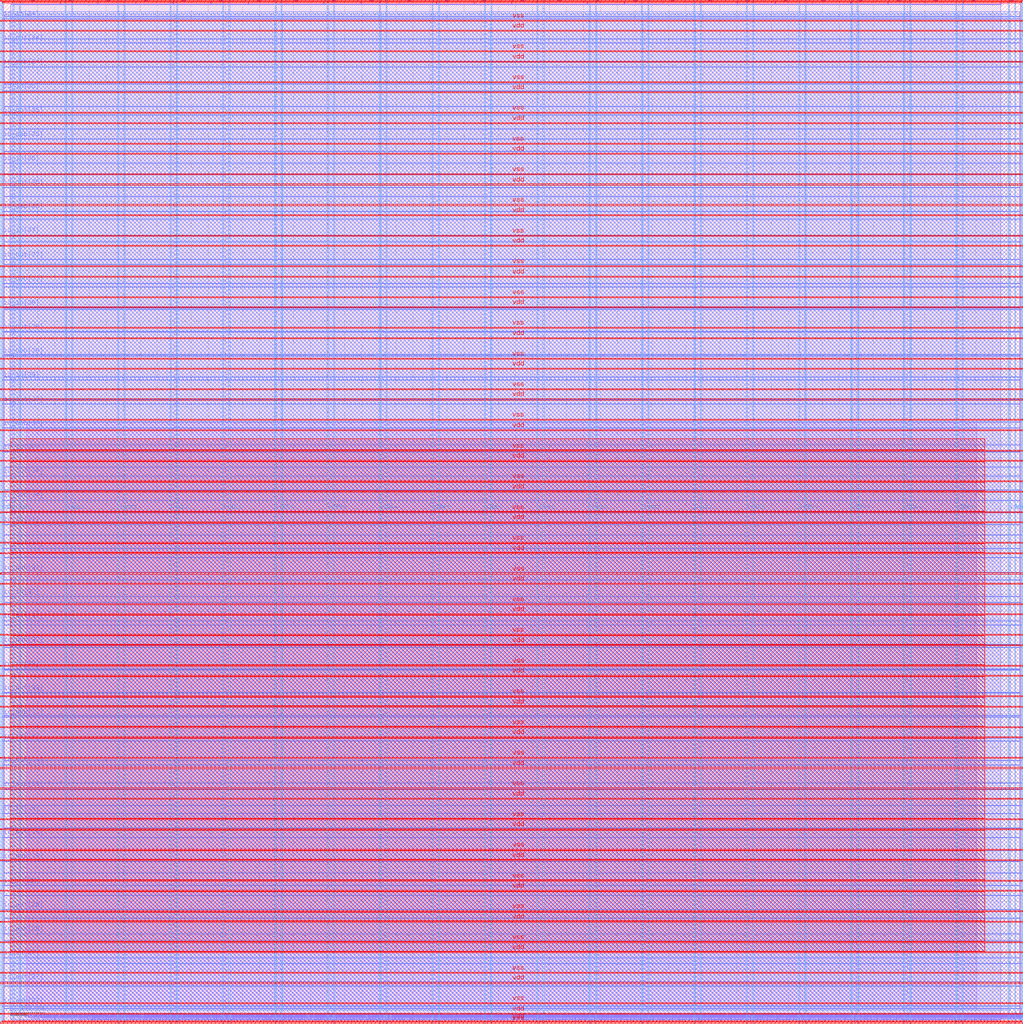
<source format=lef>
VERSION 5.7 ;
  NOWIREEXTENSIONATPIN ON ;
  DIVIDERCHAR "/" ;
  BUSBITCHARS "[]" ;
MACRO user_project_wrapper
  CLASS BLOCK ;
  FOREIGN user_project_wrapper ;
  ORIGIN 0.000 0.000 ;
  SIZE 2980.200 BY 2980.200 ;
  PIN io_in[0]
    DIRECTION INPUT ;
    USE SIGNAL ;
    PORT
      LAYER Metal3 ;
        RECT 2977.800 35.560 2985.000 36.680 ;
    END
  END io_in[0]
  PIN io_in[10]
    DIRECTION INPUT ;
    USE SIGNAL ;
    PORT
      LAYER Metal3 ;
        RECT 2977.800 2017.960 2985.000 2019.080 ;
    END
  END io_in[10]
  PIN io_in[11]
    DIRECTION INPUT ;
    USE SIGNAL ;
    PORT
      LAYER Metal3 ;
        RECT 2977.800 2216.200 2985.000 2217.320 ;
    END
  END io_in[11]
  PIN io_in[12]
    DIRECTION INPUT ;
    USE SIGNAL ;
    PORT
      LAYER Metal3 ;
        RECT 2977.800 2414.440 2985.000 2415.560 ;
    END
  END io_in[12]
  PIN io_in[13]
    DIRECTION INPUT ;
    USE SIGNAL ;
    PORT
      LAYER Metal3 ;
        RECT 2977.800 2612.680 2985.000 2613.800 ;
    END
  END io_in[13]
  PIN io_in[14]
    DIRECTION INPUT ;
    USE SIGNAL ;
    PORT
      LAYER Metal3 ;
        RECT 2977.800 2810.920 2985.000 2812.040 ;
    END
  END io_in[14]
  PIN io_in[15]
    DIRECTION INPUT ;
    USE SIGNAL ;
    PORT
      LAYER Metal2 ;
        RECT 2923.480 2977.800 2924.600 2985.000 ;
    END
  END io_in[15]
  PIN io_in[16]
    DIRECTION INPUT ;
    USE SIGNAL ;
    PORT
      LAYER Metal2 ;
        RECT 2592.520 2977.800 2593.640 2985.000 ;
    END
  END io_in[16]
  PIN io_in[17]
    DIRECTION INPUT ;
    USE SIGNAL ;
    PORT
      LAYER Metal2 ;
        RECT 2261.560 2977.800 2262.680 2985.000 ;
    END
  END io_in[17]
  PIN io_in[18]
    DIRECTION INPUT ;
    USE SIGNAL ;
    PORT
      LAYER Metal2 ;
        RECT 1930.600 2977.800 1931.720 2985.000 ;
    END
  END io_in[18]
  PIN io_in[19]
    DIRECTION INPUT ;
    USE SIGNAL ;
    PORT
      LAYER Metal2 ;
        RECT 1599.640 2977.800 1600.760 2985.000 ;
    END
  END io_in[19]
  PIN io_in[1]
    DIRECTION INPUT ;
    USE SIGNAL ;
    PORT
      LAYER Metal3 ;
        RECT 2977.800 233.800 2985.000 234.920 ;
    END
  END io_in[1]
  PIN io_in[20]
    DIRECTION INPUT ;
    USE SIGNAL ;
    PORT
      LAYER Metal2 ;
        RECT 1268.680 2977.800 1269.800 2985.000 ;
    END
  END io_in[20]
  PIN io_in[21]
    DIRECTION INPUT ;
    USE SIGNAL ;
    PORT
      LAYER Metal2 ;
        RECT 937.720 2977.800 938.840 2985.000 ;
    END
  END io_in[21]
  PIN io_in[22]
    DIRECTION INPUT ;
    USE SIGNAL ;
    PORT
      LAYER Metal2 ;
        RECT 606.760 2977.800 607.880 2985.000 ;
    END
  END io_in[22]
  PIN io_in[23]
    DIRECTION INPUT ;
    USE SIGNAL ;
    PORT
      LAYER Metal2 ;
        RECT 275.800 2977.800 276.920 2985.000 ;
    END
  END io_in[23]
  PIN io_in[24]
    DIRECTION INPUT ;
    USE SIGNAL ;
    PORT
      LAYER Metal3 ;
        RECT -4.800 2935.800 2.400 2936.920 ;
    END
  END io_in[24]
  PIN io_in[25]
    DIRECTION INPUT ;
    USE SIGNAL ;
    PORT
      LAYER Metal3 ;
        RECT -4.800 2724.120 2.400 2725.240 ;
    END
  END io_in[25]
  PIN io_in[26]
    DIRECTION INPUT ;
    USE SIGNAL ;
    PORT
      LAYER Metal3 ;
        RECT -4.800 2512.440 2.400 2513.560 ;
    END
  END io_in[26]
  PIN io_in[27]
    DIRECTION INPUT ;
    USE SIGNAL ;
    PORT
      LAYER Metal3 ;
        RECT -4.800 2300.760 2.400 2301.880 ;
    END
  END io_in[27]
  PIN io_in[28]
    DIRECTION INPUT ;
    USE SIGNAL ;
    PORT
      LAYER Metal3 ;
        RECT -4.800 2089.080 2.400 2090.200 ;
    END
  END io_in[28]
  PIN io_in[29]
    DIRECTION INPUT ;
    USE SIGNAL ;
    PORT
      LAYER Metal3 ;
        RECT -4.800 1877.400 2.400 1878.520 ;
    END
  END io_in[29]
  PIN io_in[2]
    DIRECTION INPUT ;
    USE SIGNAL ;
    PORT
      LAYER Metal3 ;
        RECT 2977.800 432.040 2985.000 433.160 ;
    END
  END io_in[2]
  PIN io_in[30]
    DIRECTION INPUT ;
    USE SIGNAL ;
    PORT
      LAYER Metal3 ;
        RECT -4.800 1665.720 2.400 1666.840 ;
    END
  END io_in[30]
  PIN io_in[31]
    DIRECTION INPUT ;
    USE SIGNAL ;
    PORT
      LAYER Metal3 ;
        RECT -4.800 1454.040 2.400 1455.160 ;
    END
  END io_in[31]
  PIN io_in[32]
    DIRECTION INPUT ;
    USE SIGNAL ;
    PORT
      LAYER Metal3 ;
        RECT -4.800 1242.360 2.400 1243.480 ;
    END
  END io_in[32]
  PIN io_in[33]
    DIRECTION INPUT ;
    USE SIGNAL ;
    PORT
      LAYER Metal3 ;
        RECT -4.800 1030.680 2.400 1031.800 ;
    END
  END io_in[33]
  PIN io_in[34]
    DIRECTION INPUT ;
    USE SIGNAL ;
    PORT
      LAYER Metal3 ;
        RECT -4.800 819.000 2.400 820.120 ;
    END
  END io_in[34]
  PIN io_in[35]
    DIRECTION INPUT ;
    USE SIGNAL ;
    PORT
      LAYER Metal3 ;
        RECT -4.800 607.320 2.400 608.440 ;
    END
  END io_in[35]
  PIN io_in[36]
    DIRECTION INPUT ;
    USE SIGNAL ;
    PORT
      LAYER Metal3 ;
        RECT -4.800 395.640 2.400 396.760 ;
    END
  END io_in[36]
  PIN io_in[37]
    DIRECTION INPUT ;
    USE SIGNAL ;
    PORT
      LAYER Metal3 ;
        RECT -4.800 183.960 2.400 185.080 ;
    END
  END io_in[37]
  PIN io_in[3]
    DIRECTION INPUT ;
    USE SIGNAL ;
    PORT
      LAYER Metal3 ;
        RECT 2977.800 630.280 2985.000 631.400 ;
    END
  END io_in[3]
  PIN io_in[4]
    DIRECTION INPUT ;
    USE SIGNAL ;
    PORT
      LAYER Metal3 ;
        RECT 2977.800 828.520 2985.000 829.640 ;
    END
  END io_in[4]
  PIN io_in[5]
    DIRECTION INPUT ;
    USE SIGNAL ;
    PORT
      LAYER Metal3 ;
        RECT 2977.800 1026.760 2985.000 1027.880 ;
    END
  END io_in[5]
  PIN io_in[6]
    DIRECTION INPUT ;
    USE SIGNAL ;
    PORT
      LAYER Metal3 ;
        RECT 2977.800 1225.000 2985.000 1226.120 ;
    END
  END io_in[6]
  PIN io_in[7]
    DIRECTION INPUT ;
    USE SIGNAL ;
    PORT
      LAYER Metal3 ;
        RECT 2977.800 1423.240 2985.000 1424.360 ;
    END
  END io_in[7]
  PIN io_in[8]
    DIRECTION INPUT ;
    USE SIGNAL ;
    PORT
      LAYER Metal3 ;
        RECT 2977.800 1621.480 2985.000 1622.600 ;
    END
  END io_in[8]
  PIN io_in[9]
    DIRECTION INPUT ;
    USE SIGNAL ;
    PORT
      LAYER Metal3 ;
        RECT 2977.800 1819.720 2985.000 1820.840 ;
    END
  END io_in[9]
  PIN io_oeb[0]
    DIRECTION OUTPUT TRISTATE ;
    USE SIGNAL ;
    PORT
      LAYER Metal3 ;
        RECT 2977.800 167.720 2985.000 168.840 ;
    END
  END io_oeb[0]
  PIN io_oeb[10]
    DIRECTION OUTPUT TRISTATE ;
    USE SIGNAL ;
    PORT
      LAYER Metal3 ;
        RECT 2977.800 2150.120 2985.000 2151.240 ;
    END
  END io_oeb[10]
  PIN io_oeb[11]
    DIRECTION OUTPUT TRISTATE ;
    USE SIGNAL ;
    PORT
      LAYER Metal3 ;
        RECT 2977.800 2348.360 2985.000 2349.480 ;
    END
  END io_oeb[11]
  PIN io_oeb[12]
    DIRECTION OUTPUT TRISTATE ;
    USE SIGNAL ;
    PORT
      LAYER Metal3 ;
        RECT 2977.800 2546.600 2985.000 2547.720 ;
    END
  END io_oeb[12]
  PIN io_oeb[13]
    DIRECTION OUTPUT TRISTATE ;
    USE SIGNAL ;
    PORT
      LAYER Metal3 ;
        RECT 2977.800 2744.840 2985.000 2745.960 ;
    END
  END io_oeb[13]
  PIN io_oeb[14]
    DIRECTION OUTPUT TRISTATE ;
    USE SIGNAL ;
    PORT
      LAYER Metal3 ;
        RECT 2977.800 2943.080 2985.000 2944.200 ;
    END
  END io_oeb[14]
  PIN io_oeb[15]
    DIRECTION OUTPUT TRISTATE ;
    USE SIGNAL ;
    PORT
      LAYER Metal2 ;
        RECT 2702.840 2977.800 2703.960 2985.000 ;
    END
  END io_oeb[15]
  PIN io_oeb[16]
    DIRECTION OUTPUT TRISTATE ;
    USE SIGNAL ;
    PORT
      LAYER Metal2 ;
        RECT 2371.880 2977.800 2373.000 2985.000 ;
    END
  END io_oeb[16]
  PIN io_oeb[17]
    DIRECTION OUTPUT TRISTATE ;
    USE SIGNAL ;
    PORT
      LAYER Metal2 ;
        RECT 2040.920 2977.800 2042.040 2985.000 ;
    END
  END io_oeb[17]
  PIN io_oeb[18]
    DIRECTION OUTPUT TRISTATE ;
    USE SIGNAL ;
    PORT
      LAYER Metal2 ;
        RECT 1709.960 2977.800 1711.080 2985.000 ;
    END
  END io_oeb[18]
  PIN io_oeb[19]
    DIRECTION OUTPUT TRISTATE ;
    USE SIGNAL ;
    PORT
      LAYER Metal2 ;
        RECT 1379.000 2977.800 1380.120 2985.000 ;
    END
  END io_oeb[19]
  PIN io_oeb[1]
    DIRECTION OUTPUT TRISTATE ;
    USE SIGNAL ;
    PORT
      LAYER Metal3 ;
        RECT 2977.800 365.960 2985.000 367.080 ;
    END
  END io_oeb[1]
  PIN io_oeb[20]
    DIRECTION OUTPUT TRISTATE ;
    USE SIGNAL ;
    PORT
      LAYER Metal2 ;
        RECT 1048.040 2977.800 1049.160 2985.000 ;
    END
  END io_oeb[20]
  PIN io_oeb[21]
    DIRECTION OUTPUT TRISTATE ;
    USE SIGNAL ;
    PORT
      LAYER Metal2 ;
        RECT 717.080 2977.800 718.200 2985.000 ;
    END
  END io_oeb[21]
  PIN io_oeb[22]
    DIRECTION OUTPUT TRISTATE ;
    USE SIGNAL ;
    PORT
      LAYER Metal2 ;
        RECT 386.120 2977.800 387.240 2985.000 ;
    END
  END io_oeb[22]
  PIN io_oeb[23]
    DIRECTION OUTPUT TRISTATE ;
    USE SIGNAL ;
    PORT
      LAYER Metal2 ;
        RECT 55.160 2977.800 56.280 2985.000 ;
    END
  END io_oeb[23]
  PIN io_oeb[24]
    DIRECTION OUTPUT TRISTATE ;
    USE SIGNAL ;
    PORT
      LAYER Metal3 ;
        RECT -4.800 2794.680 2.400 2795.800 ;
    END
  END io_oeb[24]
  PIN io_oeb[25]
    DIRECTION OUTPUT TRISTATE ;
    USE SIGNAL ;
    PORT
      LAYER Metal3 ;
        RECT -4.800 2583.000 2.400 2584.120 ;
    END
  END io_oeb[25]
  PIN io_oeb[26]
    DIRECTION OUTPUT TRISTATE ;
    USE SIGNAL ;
    PORT
      LAYER Metal3 ;
        RECT -4.800 2371.320 2.400 2372.440 ;
    END
  END io_oeb[26]
  PIN io_oeb[27]
    DIRECTION OUTPUT TRISTATE ;
    USE SIGNAL ;
    PORT
      LAYER Metal3 ;
        RECT -4.800 2159.640 2.400 2160.760 ;
    END
  END io_oeb[27]
  PIN io_oeb[28]
    DIRECTION OUTPUT TRISTATE ;
    USE SIGNAL ;
    PORT
      LAYER Metal3 ;
        RECT -4.800 1947.960 2.400 1949.080 ;
    END
  END io_oeb[28]
  PIN io_oeb[29]
    DIRECTION OUTPUT TRISTATE ;
    USE SIGNAL ;
    PORT
      LAYER Metal3 ;
        RECT -4.800 1736.280 2.400 1737.400 ;
    END
  END io_oeb[29]
  PIN io_oeb[2]
    DIRECTION OUTPUT TRISTATE ;
    USE SIGNAL ;
    PORT
      LAYER Metal3 ;
        RECT 2977.800 564.200 2985.000 565.320 ;
    END
  END io_oeb[2]
  PIN io_oeb[30]
    DIRECTION OUTPUT TRISTATE ;
    USE SIGNAL ;
    PORT
      LAYER Metal3 ;
        RECT -4.800 1524.600 2.400 1525.720 ;
    END
  END io_oeb[30]
  PIN io_oeb[31]
    DIRECTION OUTPUT TRISTATE ;
    USE SIGNAL ;
    PORT
      LAYER Metal3 ;
        RECT -4.800 1312.920 2.400 1314.040 ;
    END
  END io_oeb[31]
  PIN io_oeb[32]
    DIRECTION OUTPUT TRISTATE ;
    USE SIGNAL ;
    PORT
      LAYER Metal3 ;
        RECT -4.800 1101.240 2.400 1102.360 ;
    END
  END io_oeb[32]
  PIN io_oeb[33]
    DIRECTION OUTPUT TRISTATE ;
    USE SIGNAL ;
    PORT
      LAYER Metal3 ;
        RECT -4.800 889.560 2.400 890.680 ;
    END
  END io_oeb[33]
  PIN io_oeb[34]
    DIRECTION OUTPUT TRISTATE ;
    USE SIGNAL ;
    PORT
      LAYER Metal3 ;
        RECT -4.800 677.880 2.400 679.000 ;
    END
  END io_oeb[34]
  PIN io_oeb[35]
    DIRECTION OUTPUT TRISTATE ;
    USE SIGNAL ;
    PORT
      LAYER Metal3 ;
        RECT -4.800 466.200 2.400 467.320 ;
    END
  END io_oeb[35]
  PIN io_oeb[36]
    DIRECTION OUTPUT TRISTATE ;
    USE SIGNAL ;
    PORT
      LAYER Metal3 ;
        RECT -4.800 254.520 2.400 255.640 ;
    END
  END io_oeb[36]
  PIN io_oeb[37]
    DIRECTION OUTPUT TRISTATE ;
    USE SIGNAL ;
    PORT
      LAYER Metal3 ;
        RECT -4.800 42.840 2.400 43.960 ;
    END
  END io_oeb[37]
  PIN io_oeb[3]
    DIRECTION OUTPUT TRISTATE ;
    USE SIGNAL ;
    PORT
      LAYER Metal3 ;
        RECT 2977.800 762.440 2985.000 763.560 ;
    END
  END io_oeb[3]
  PIN io_oeb[4]
    DIRECTION OUTPUT TRISTATE ;
    USE SIGNAL ;
    PORT
      LAYER Metal3 ;
        RECT 2977.800 960.680 2985.000 961.800 ;
    END
  END io_oeb[4]
  PIN io_oeb[5]
    DIRECTION OUTPUT TRISTATE ;
    USE SIGNAL ;
    PORT
      LAYER Metal3 ;
        RECT 2977.800 1158.920 2985.000 1160.040 ;
    END
  END io_oeb[5]
  PIN io_oeb[6]
    DIRECTION OUTPUT TRISTATE ;
    USE SIGNAL ;
    PORT
      LAYER Metal3 ;
        RECT 2977.800 1357.160 2985.000 1358.280 ;
    END
  END io_oeb[6]
  PIN io_oeb[7]
    DIRECTION OUTPUT TRISTATE ;
    USE SIGNAL ;
    PORT
      LAYER Metal3 ;
        RECT 2977.800 1555.400 2985.000 1556.520 ;
    END
  END io_oeb[7]
  PIN io_oeb[8]
    DIRECTION OUTPUT TRISTATE ;
    USE SIGNAL ;
    PORT
      LAYER Metal3 ;
        RECT 2977.800 1753.640 2985.000 1754.760 ;
    END
  END io_oeb[8]
  PIN io_oeb[9]
    DIRECTION OUTPUT TRISTATE ;
    USE SIGNAL ;
    PORT
      LAYER Metal3 ;
        RECT 2977.800 1951.880 2985.000 1953.000 ;
    END
  END io_oeb[9]
  PIN io_out[0]
    DIRECTION OUTPUT TRISTATE ;
    USE SIGNAL ;
    PORT
      LAYER Metal3 ;
        RECT 2977.800 101.640 2985.000 102.760 ;
    END
  END io_out[0]
  PIN io_out[10]
    DIRECTION OUTPUT TRISTATE ;
    USE SIGNAL ;
    PORT
      LAYER Metal3 ;
        RECT 2977.800 2084.040 2985.000 2085.160 ;
    END
  END io_out[10]
  PIN io_out[11]
    DIRECTION OUTPUT TRISTATE ;
    USE SIGNAL ;
    PORT
      LAYER Metal3 ;
        RECT 2977.800 2282.280 2985.000 2283.400 ;
    END
  END io_out[11]
  PIN io_out[12]
    DIRECTION OUTPUT TRISTATE ;
    USE SIGNAL ;
    PORT
      LAYER Metal3 ;
        RECT 2977.800 2480.520 2985.000 2481.640 ;
    END
  END io_out[12]
  PIN io_out[13]
    DIRECTION OUTPUT TRISTATE ;
    USE SIGNAL ;
    PORT
      LAYER Metal3 ;
        RECT 2977.800 2678.760 2985.000 2679.880 ;
    END
  END io_out[13]
  PIN io_out[14]
    DIRECTION OUTPUT TRISTATE ;
    USE SIGNAL ;
    PORT
      LAYER Metal3 ;
        RECT 2977.800 2877.000 2985.000 2878.120 ;
    END
  END io_out[14]
  PIN io_out[15]
    DIRECTION OUTPUT TRISTATE ;
    USE SIGNAL ;
    PORT
      LAYER Metal2 ;
        RECT 2813.160 2977.800 2814.280 2985.000 ;
    END
  END io_out[15]
  PIN io_out[16]
    DIRECTION OUTPUT TRISTATE ;
    USE SIGNAL ;
    PORT
      LAYER Metal2 ;
        RECT 2482.200 2977.800 2483.320 2985.000 ;
    END
  END io_out[16]
  PIN io_out[17]
    DIRECTION OUTPUT TRISTATE ;
    USE SIGNAL ;
    PORT
      LAYER Metal2 ;
        RECT 2151.240 2977.800 2152.360 2985.000 ;
    END
  END io_out[17]
  PIN io_out[18]
    DIRECTION OUTPUT TRISTATE ;
    USE SIGNAL ;
    PORT
      LAYER Metal2 ;
        RECT 1820.280 2977.800 1821.400 2985.000 ;
    END
  END io_out[18]
  PIN io_out[19]
    DIRECTION OUTPUT TRISTATE ;
    USE SIGNAL ;
    PORT
      LAYER Metal2 ;
        RECT 1489.320 2977.800 1490.440 2985.000 ;
    END
  END io_out[19]
  PIN io_out[1]
    DIRECTION OUTPUT TRISTATE ;
    USE SIGNAL ;
    PORT
      LAYER Metal3 ;
        RECT 2977.800 299.880 2985.000 301.000 ;
    END
  END io_out[1]
  PIN io_out[20]
    DIRECTION OUTPUT TRISTATE ;
    USE SIGNAL ;
    PORT
      LAYER Metal2 ;
        RECT 1158.360 2977.800 1159.480 2985.000 ;
    END
  END io_out[20]
  PIN io_out[21]
    DIRECTION OUTPUT TRISTATE ;
    USE SIGNAL ;
    PORT
      LAYER Metal2 ;
        RECT 827.400 2977.800 828.520 2985.000 ;
    END
  END io_out[21]
  PIN io_out[22]
    DIRECTION OUTPUT TRISTATE ;
    USE SIGNAL ;
    PORT
      LAYER Metal2 ;
        RECT 496.440 2977.800 497.560 2985.000 ;
    END
  END io_out[22]
  PIN io_out[23]
    DIRECTION OUTPUT TRISTATE ;
    USE SIGNAL ;
    PORT
      LAYER Metal2 ;
        RECT 165.480 2977.800 166.600 2985.000 ;
    END
  END io_out[23]
  PIN io_out[24]
    DIRECTION OUTPUT TRISTATE ;
    USE SIGNAL ;
    PORT
      LAYER Metal3 ;
        RECT -4.800 2865.240 2.400 2866.360 ;
    END
  END io_out[24]
  PIN io_out[25]
    DIRECTION OUTPUT TRISTATE ;
    USE SIGNAL ;
    PORT
      LAYER Metal3 ;
        RECT -4.800 2653.560 2.400 2654.680 ;
    END
  END io_out[25]
  PIN io_out[26]
    DIRECTION OUTPUT TRISTATE ;
    USE SIGNAL ;
    PORT
      LAYER Metal3 ;
        RECT -4.800 2441.880 2.400 2443.000 ;
    END
  END io_out[26]
  PIN io_out[27]
    DIRECTION OUTPUT TRISTATE ;
    USE SIGNAL ;
    PORT
      LAYER Metal3 ;
        RECT -4.800 2230.200 2.400 2231.320 ;
    END
  END io_out[27]
  PIN io_out[28]
    DIRECTION OUTPUT TRISTATE ;
    USE SIGNAL ;
    PORT
      LAYER Metal3 ;
        RECT -4.800 2018.520 2.400 2019.640 ;
    END
  END io_out[28]
  PIN io_out[29]
    DIRECTION OUTPUT TRISTATE ;
    USE SIGNAL ;
    PORT
      LAYER Metal3 ;
        RECT -4.800 1806.840 2.400 1807.960 ;
    END
  END io_out[29]
  PIN io_out[2]
    DIRECTION OUTPUT TRISTATE ;
    USE SIGNAL ;
    PORT
      LAYER Metal3 ;
        RECT 2977.800 498.120 2985.000 499.240 ;
    END
  END io_out[2]
  PIN io_out[30]
    DIRECTION OUTPUT TRISTATE ;
    USE SIGNAL ;
    PORT
      LAYER Metal3 ;
        RECT -4.800 1595.160 2.400 1596.280 ;
    END
  END io_out[30]
  PIN io_out[31]
    DIRECTION OUTPUT TRISTATE ;
    USE SIGNAL ;
    PORT
      LAYER Metal3 ;
        RECT -4.800 1383.480 2.400 1384.600 ;
    END
  END io_out[31]
  PIN io_out[32]
    DIRECTION OUTPUT TRISTATE ;
    USE SIGNAL ;
    PORT
      LAYER Metal3 ;
        RECT -4.800 1171.800 2.400 1172.920 ;
    END
  END io_out[32]
  PIN io_out[33]
    DIRECTION OUTPUT TRISTATE ;
    USE SIGNAL ;
    PORT
      LAYER Metal3 ;
        RECT -4.800 960.120 2.400 961.240 ;
    END
  END io_out[33]
  PIN io_out[34]
    DIRECTION OUTPUT TRISTATE ;
    USE SIGNAL ;
    PORT
      LAYER Metal3 ;
        RECT -4.800 748.440 2.400 749.560 ;
    END
  END io_out[34]
  PIN io_out[35]
    DIRECTION OUTPUT TRISTATE ;
    USE SIGNAL ;
    PORT
      LAYER Metal3 ;
        RECT -4.800 536.760 2.400 537.880 ;
    END
  END io_out[35]
  PIN io_out[36]
    DIRECTION OUTPUT TRISTATE ;
    USE SIGNAL ;
    PORT
      LAYER Metal3 ;
        RECT -4.800 325.080 2.400 326.200 ;
    END
  END io_out[36]
  PIN io_out[37]
    DIRECTION OUTPUT TRISTATE ;
    USE SIGNAL ;
    PORT
      LAYER Metal3 ;
        RECT -4.800 113.400 2.400 114.520 ;
    END
  END io_out[37]
  PIN io_out[3]
    DIRECTION OUTPUT TRISTATE ;
    USE SIGNAL ;
    PORT
      LAYER Metal3 ;
        RECT 2977.800 696.360 2985.000 697.480 ;
    END
  END io_out[3]
  PIN io_out[4]
    DIRECTION OUTPUT TRISTATE ;
    USE SIGNAL ;
    PORT
      LAYER Metal3 ;
        RECT 2977.800 894.600 2985.000 895.720 ;
    END
  END io_out[4]
  PIN io_out[5]
    DIRECTION OUTPUT TRISTATE ;
    USE SIGNAL ;
    PORT
      LAYER Metal3 ;
        RECT 2977.800 1092.840 2985.000 1093.960 ;
    END
  END io_out[5]
  PIN io_out[6]
    DIRECTION OUTPUT TRISTATE ;
    USE SIGNAL ;
    PORT
      LAYER Metal3 ;
        RECT 2977.800 1291.080 2985.000 1292.200 ;
    END
  END io_out[6]
  PIN io_out[7]
    DIRECTION OUTPUT TRISTATE ;
    USE SIGNAL ;
    PORT
      LAYER Metal3 ;
        RECT 2977.800 1489.320 2985.000 1490.440 ;
    END
  END io_out[7]
  PIN io_out[8]
    DIRECTION OUTPUT TRISTATE ;
    USE SIGNAL ;
    PORT
      LAYER Metal3 ;
        RECT 2977.800 1687.560 2985.000 1688.680 ;
    END
  END io_out[8]
  PIN io_out[9]
    DIRECTION OUTPUT TRISTATE ;
    USE SIGNAL ;
    PORT
      LAYER Metal3 ;
        RECT 2977.800 1885.800 2985.000 1886.920 ;
    END
  END io_out[9]
  PIN la_data_in[0]
    DIRECTION INPUT ;
    USE SIGNAL ;
    PORT
      LAYER Metal2 ;
        RECT 1065.960 -4.800 1067.080 2.400 ;
    END
  END la_data_in[0]
  PIN la_data_in[10]
    DIRECTION INPUT ;
    USE SIGNAL ;
    PORT
      LAYER Metal2 ;
        RECT 1351.560 -4.800 1352.680 2.400 ;
    END
  END la_data_in[10]
  PIN la_data_in[11]
    DIRECTION INPUT ;
    USE SIGNAL ;
    PORT
      LAYER Metal2 ;
        RECT 1380.120 -4.800 1381.240 2.400 ;
    END
  END la_data_in[11]
  PIN la_data_in[12]
    DIRECTION INPUT ;
    USE SIGNAL ;
    PORT
      LAYER Metal2 ;
        RECT 1408.680 -4.800 1409.800 2.400 ;
    END
  END la_data_in[12]
  PIN la_data_in[13]
    DIRECTION INPUT ;
    USE SIGNAL ;
    PORT
      LAYER Metal2 ;
        RECT 1437.240 -4.800 1438.360 2.400 ;
    END
  END la_data_in[13]
  PIN la_data_in[14]
    DIRECTION INPUT ;
    USE SIGNAL ;
    PORT
      LAYER Metal2 ;
        RECT 1465.800 -4.800 1466.920 2.400 ;
    END
  END la_data_in[14]
  PIN la_data_in[15]
    DIRECTION INPUT ;
    USE SIGNAL ;
    PORT
      LAYER Metal2 ;
        RECT 1494.360 -4.800 1495.480 2.400 ;
    END
  END la_data_in[15]
  PIN la_data_in[16]
    DIRECTION INPUT ;
    USE SIGNAL ;
    PORT
      LAYER Metal2 ;
        RECT 1522.920 -4.800 1524.040 2.400 ;
    END
  END la_data_in[16]
  PIN la_data_in[17]
    DIRECTION INPUT ;
    USE SIGNAL ;
    PORT
      LAYER Metal2 ;
        RECT 1551.480 -4.800 1552.600 2.400 ;
    END
  END la_data_in[17]
  PIN la_data_in[18]
    DIRECTION INPUT ;
    USE SIGNAL ;
    PORT
      LAYER Metal2 ;
        RECT 1580.040 -4.800 1581.160 2.400 ;
    END
  END la_data_in[18]
  PIN la_data_in[19]
    DIRECTION INPUT ;
    USE SIGNAL ;
    PORT
      LAYER Metal2 ;
        RECT 1608.600 -4.800 1609.720 2.400 ;
    END
  END la_data_in[19]
  PIN la_data_in[1]
    DIRECTION INPUT ;
    USE SIGNAL ;
    PORT
      LAYER Metal2 ;
        RECT 1094.520 -4.800 1095.640 2.400 ;
    END
  END la_data_in[1]
  PIN la_data_in[20]
    DIRECTION INPUT ;
    USE SIGNAL ;
    PORT
      LAYER Metal2 ;
        RECT 1637.160 -4.800 1638.280 2.400 ;
    END
  END la_data_in[20]
  PIN la_data_in[21]
    DIRECTION INPUT ;
    USE SIGNAL ;
    PORT
      LAYER Metal2 ;
        RECT 1665.720 -4.800 1666.840 2.400 ;
    END
  END la_data_in[21]
  PIN la_data_in[22]
    DIRECTION INPUT ;
    USE SIGNAL ;
    PORT
      LAYER Metal2 ;
        RECT 1694.280 -4.800 1695.400 2.400 ;
    END
  END la_data_in[22]
  PIN la_data_in[23]
    DIRECTION INPUT ;
    USE SIGNAL ;
    PORT
      LAYER Metal2 ;
        RECT 1722.840 -4.800 1723.960 2.400 ;
    END
  END la_data_in[23]
  PIN la_data_in[24]
    DIRECTION INPUT ;
    USE SIGNAL ;
    PORT
      LAYER Metal2 ;
        RECT 1751.400 -4.800 1752.520 2.400 ;
    END
  END la_data_in[24]
  PIN la_data_in[25]
    DIRECTION INPUT ;
    USE SIGNAL ;
    PORT
      LAYER Metal2 ;
        RECT 1779.960 -4.800 1781.080 2.400 ;
    END
  END la_data_in[25]
  PIN la_data_in[26]
    DIRECTION INPUT ;
    USE SIGNAL ;
    PORT
      LAYER Metal2 ;
        RECT 1808.520 -4.800 1809.640 2.400 ;
    END
  END la_data_in[26]
  PIN la_data_in[27]
    DIRECTION INPUT ;
    USE SIGNAL ;
    PORT
      LAYER Metal2 ;
        RECT 1837.080 -4.800 1838.200 2.400 ;
    END
  END la_data_in[27]
  PIN la_data_in[28]
    DIRECTION INPUT ;
    USE SIGNAL ;
    PORT
      LAYER Metal2 ;
        RECT 1865.640 -4.800 1866.760 2.400 ;
    END
  END la_data_in[28]
  PIN la_data_in[29]
    DIRECTION INPUT ;
    USE SIGNAL ;
    PORT
      LAYER Metal2 ;
        RECT 1894.200 -4.800 1895.320 2.400 ;
    END
  END la_data_in[29]
  PIN la_data_in[2]
    DIRECTION INPUT ;
    USE SIGNAL ;
    PORT
      LAYER Metal2 ;
        RECT 1123.080 -4.800 1124.200 2.400 ;
    END
  END la_data_in[2]
  PIN la_data_in[30]
    DIRECTION INPUT ;
    USE SIGNAL ;
    PORT
      LAYER Metal2 ;
        RECT 1922.760 -4.800 1923.880 2.400 ;
    END
  END la_data_in[30]
  PIN la_data_in[31]
    DIRECTION INPUT ;
    USE SIGNAL ;
    PORT
      LAYER Metal2 ;
        RECT 1951.320 -4.800 1952.440 2.400 ;
    END
  END la_data_in[31]
  PIN la_data_in[32]
    DIRECTION INPUT ;
    USE SIGNAL ;
    PORT
      LAYER Metal2 ;
        RECT 1979.880 -4.800 1981.000 2.400 ;
    END
  END la_data_in[32]
  PIN la_data_in[33]
    DIRECTION INPUT ;
    USE SIGNAL ;
    PORT
      LAYER Metal2 ;
        RECT 2008.440 -4.800 2009.560 2.400 ;
    END
  END la_data_in[33]
  PIN la_data_in[34]
    DIRECTION INPUT ;
    USE SIGNAL ;
    PORT
      LAYER Metal2 ;
        RECT 2037.000 -4.800 2038.120 2.400 ;
    END
  END la_data_in[34]
  PIN la_data_in[35]
    DIRECTION INPUT ;
    USE SIGNAL ;
    PORT
      LAYER Metal2 ;
        RECT 2065.560 -4.800 2066.680 2.400 ;
    END
  END la_data_in[35]
  PIN la_data_in[36]
    DIRECTION INPUT ;
    USE SIGNAL ;
    PORT
      LAYER Metal2 ;
        RECT 2094.120 -4.800 2095.240 2.400 ;
    END
  END la_data_in[36]
  PIN la_data_in[37]
    DIRECTION INPUT ;
    USE SIGNAL ;
    PORT
      LAYER Metal2 ;
        RECT 2122.680 -4.800 2123.800 2.400 ;
    END
  END la_data_in[37]
  PIN la_data_in[38]
    DIRECTION INPUT ;
    USE SIGNAL ;
    PORT
      LAYER Metal2 ;
        RECT 2151.240 -4.800 2152.360 2.400 ;
    END
  END la_data_in[38]
  PIN la_data_in[39]
    DIRECTION INPUT ;
    USE SIGNAL ;
    PORT
      LAYER Metal2 ;
        RECT 2179.800 -4.800 2180.920 2.400 ;
    END
  END la_data_in[39]
  PIN la_data_in[3]
    DIRECTION INPUT ;
    USE SIGNAL ;
    PORT
      LAYER Metal2 ;
        RECT 1151.640 -4.800 1152.760 2.400 ;
    END
  END la_data_in[3]
  PIN la_data_in[40]
    DIRECTION INPUT ;
    USE SIGNAL ;
    PORT
      LAYER Metal2 ;
        RECT 2208.360 -4.800 2209.480 2.400 ;
    END
  END la_data_in[40]
  PIN la_data_in[41]
    DIRECTION INPUT ;
    USE SIGNAL ;
    PORT
      LAYER Metal2 ;
        RECT 2236.920 -4.800 2238.040 2.400 ;
    END
  END la_data_in[41]
  PIN la_data_in[42]
    DIRECTION INPUT ;
    USE SIGNAL ;
    PORT
      LAYER Metal2 ;
        RECT 2265.480 -4.800 2266.600 2.400 ;
    END
  END la_data_in[42]
  PIN la_data_in[43]
    DIRECTION INPUT ;
    USE SIGNAL ;
    PORT
      LAYER Metal2 ;
        RECT 2294.040 -4.800 2295.160 2.400 ;
    END
  END la_data_in[43]
  PIN la_data_in[44]
    DIRECTION INPUT ;
    USE SIGNAL ;
    PORT
      LAYER Metal2 ;
        RECT 2322.600 -4.800 2323.720 2.400 ;
    END
  END la_data_in[44]
  PIN la_data_in[45]
    DIRECTION INPUT ;
    USE SIGNAL ;
    PORT
      LAYER Metal2 ;
        RECT 2351.160 -4.800 2352.280 2.400 ;
    END
  END la_data_in[45]
  PIN la_data_in[46]
    DIRECTION INPUT ;
    USE SIGNAL ;
    PORT
      LAYER Metal2 ;
        RECT 2379.720 -4.800 2380.840 2.400 ;
    END
  END la_data_in[46]
  PIN la_data_in[47]
    DIRECTION INPUT ;
    USE SIGNAL ;
    PORT
      LAYER Metal2 ;
        RECT 2408.280 -4.800 2409.400 2.400 ;
    END
  END la_data_in[47]
  PIN la_data_in[48]
    DIRECTION INPUT ;
    USE SIGNAL ;
    PORT
      LAYER Metal2 ;
        RECT 2436.840 -4.800 2437.960 2.400 ;
    END
  END la_data_in[48]
  PIN la_data_in[49]
    DIRECTION INPUT ;
    USE SIGNAL ;
    PORT
      LAYER Metal2 ;
        RECT 2465.400 -4.800 2466.520 2.400 ;
    END
  END la_data_in[49]
  PIN la_data_in[4]
    DIRECTION INPUT ;
    USE SIGNAL ;
    PORT
      LAYER Metal2 ;
        RECT 1180.200 -4.800 1181.320 2.400 ;
    END
  END la_data_in[4]
  PIN la_data_in[50]
    DIRECTION INPUT ;
    USE SIGNAL ;
    PORT
      LAYER Metal2 ;
        RECT 2493.960 -4.800 2495.080 2.400 ;
    END
  END la_data_in[50]
  PIN la_data_in[51]
    DIRECTION INPUT ;
    USE SIGNAL ;
    PORT
      LAYER Metal2 ;
        RECT 2522.520 -4.800 2523.640 2.400 ;
    END
  END la_data_in[51]
  PIN la_data_in[52]
    DIRECTION INPUT ;
    USE SIGNAL ;
    PORT
      LAYER Metal2 ;
        RECT 2551.080 -4.800 2552.200 2.400 ;
    END
  END la_data_in[52]
  PIN la_data_in[53]
    DIRECTION INPUT ;
    USE SIGNAL ;
    PORT
      LAYER Metal2 ;
        RECT 2579.640 -4.800 2580.760 2.400 ;
    END
  END la_data_in[53]
  PIN la_data_in[54]
    DIRECTION INPUT ;
    USE SIGNAL ;
    PORT
      LAYER Metal2 ;
        RECT 2608.200 -4.800 2609.320 2.400 ;
    END
  END la_data_in[54]
  PIN la_data_in[55]
    DIRECTION INPUT ;
    USE SIGNAL ;
    PORT
      LAYER Metal2 ;
        RECT 2636.760 -4.800 2637.880 2.400 ;
    END
  END la_data_in[55]
  PIN la_data_in[56]
    DIRECTION INPUT ;
    USE SIGNAL ;
    PORT
      LAYER Metal2 ;
        RECT 2665.320 -4.800 2666.440 2.400 ;
    END
  END la_data_in[56]
  PIN la_data_in[57]
    DIRECTION INPUT ;
    USE SIGNAL ;
    PORT
      LAYER Metal2 ;
        RECT 2693.880 -4.800 2695.000 2.400 ;
    END
  END la_data_in[57]
  PIN la_data_in[58]
    DIRECTION INPUT ;
    USE SIGNAL ;
    PORT
      LAYER Metal2 ;
        RECT 2722.440 -4.800 2723.560 2.400 ;
    END
  END la_data_in[58]
  PIN la_data_in[59]
    DIRECTION INPUT ;
    USE SIGNAL ;
    PORT
      LAYER Metal2 ;
        RECT 2751.000 -4.800 2752.120 2.400 ;
    END
  END la_data_in[59]
  PIN la_data_in[5]
    DIRECTION INPUT ;
    USE SIGNAL ;
    PORT
      LAYER Metal2 ;
        RECT 1208.760 -4.800 1209.880 2.400 ;
    END
  END la_data_in[5]
  PIN la_data_in[60]
    DIRECTION INPUT ;
    USE SIGNAL ;
    PORT
      LAYER Metal2 ;
        RECT 2779.560 -4.800 2780.680 2.400 ;
    END
  END la_data_in[60]
  PIN la_data_in[61]
    DIRECTION INPUT ;
    USE SIGNAL ;
    PORT
      LAYER Metal2 ;
        RECT 2808.120 -4.800 2809.240 2.400 ;
    END
  END la_data_in[61]
  PIN la_data_in[62]
    DIRECTION INPUT ;
    USE SIGNAL ;
    PORT
      LAYER Metal2 ;
        RECT 2836.680 -4.800 2837.800 2.400 ;
    END
  END la_data_in[62]
  PIN la_data_in[63]
    DIRECTION INPUT ;
    USE SIGNAL ;
    PORT
      LAYER Metal2 ;
        RECT 2865.240 -4.800 2866.360 2.400 ;
    END
  END la_data_in[63]
  PIN la_data_in[6]
    DIRECTION INPUT ;
    USE SIGNAL ;
    PORT
      LAYER Metal2 ;
        RECT 1237.320 -4.800 1238.440 2.400 ;
    END
  END la_data_in[6]
  PIN la_data_in[7]
    DIRECTION INPUT ;
    USE SIGNAL ;
    PORT
      LAYER Metal2 ;
        RECT 1265.880 -4.800 1267.000 2.400 ;
    END
  END la_data_in[7]
  PIN la_data_in[8]
    DIRECTION INPUT ;
    USE SIGNAL ;
    PORT
      LAYER Metal2 ;
        RECT 1294.440 -4.800 1295.560 2.400 ;
    END
  END la_data_in[8]
  PIN la_data_in[9]
    DIRECTION INPUT ;
    USE SIGNAL ;
    PORT
      LAYER Metal2 ;
        RECT 1323.000 -4.800 1324.120 2.400 ;
    END
  END la_data_in[9]
  PIN la_data_out[0]
    DIRECTION OUTPUT TRISTATE ;
    USE SIGNAL ;
    PORT
      LAYER Metal2 ;
        RECT 1075.480 -4.800 1076.600 2.400 ;
    END
  END la_data_out[0]
  PIN la_data_out[10]
    DIRECTION OUTPUT TRISTATE ;
    USE SIGNAL ;
    PORT
      LAYER Metal2 ;
        RECT 1361.080 -4.800 1362.200 2.400 ;
    END
  END la_data_out[10]
  PIN la_data_out[11]
    DIRECTION OUTPUT TRISTATE ;
    USE SIGNAL ;
    PORT
      LAYER Metal2 ;
        RECT 1389.640 -4.800 1390.760 2.400 ;
    END
  END la_data_out[11]
  PIN la_data_out[12]
    DIRECTION OUTPUT TRISTATE ;
    USE SIGNAL ;
    PORT
      LAYER Metal2 ;
        RECT 1418.200 -4.800 1419.320 2.400 ;
    END
  END la_data_out[12]
  PIN la_data_out[13]
    DIRECTION OUTPUT TRISTATE ;
    USE SIGNAL ;
    PORT
      LAYER Metal2 ;
        RECT 1446.760 -4.800 1447.880 2.400 ;
    END
  END la_data_out[13]
  PIN la_data_out[14]
    DIRECTION OUTPUT TRISTATE ;
    USE SIGNAL ;
    PORT
      LAYER Metal2 ;
        RECT 1475.320 -4.800 1476.440 2.400 ;
    END
  END la_data_out[14]
  PIN la_data_out[15]
    DIRECTION OUTPUT TRISTATE ;
    USE SIGNAL ;
    PORT
      LAYER Metal2 ;
        RECT 1503.880 -4.800 1505.000 2.400 ;
    END
  END la_data_out[15]
  PIN la_data_out[16]
    DIRECTION OUTPUT TRISTATE ;
    USE SIGNAL ;
    PORT
      LAYER Metal2 ;
        RECT 1532.440 -4.800 1533.560 2.400 ;
    END
  END la_data_out[16]
  PIN la_data_out[17]
    DIRECTION OUTPUT TRISTATE ;
    USE SIGNAL ;
    PORT
      LAYER Metal2 ;
        RECT 1561.000 -4.800 1562.120 2.400 ;
    END
  END la_data_out[17]
  PIN la_data_out[18]
    DIRECTION OUTPUT TRISTATE ;
    USE SIGNAL ;
    PORT
      LAYER Metal2 ;
        RECT 1589.560 -4.800 1590.680 2.400 ;
    END
  END la_data_out[18]
  PIN la_data_out[19]
    DIRECTION OUTPUT TRISTATE ;
    USE SIGNAL ;
    PORT
      LAYER Metal2 ;
        RECT 1618.120 -4.800 1619.240 2.400 ;
    END
  END la_data_out[19]
  PIN la_data_out[1]
    DIRECTION OUTPUT TRISTATE ;
    USE SIGNAL ;
    PORT
      LAYER Metal2 ;
        RECT 1104.040 -4.800 1105.160 2.400 ;
    END
  END la_data_out[1]
  PIN la_data_out[20]
    DIRECTION OUTPUT TRISTATE ;
    USE SIGNAL ;
    PORT
      LAYER Metal2 ;
        RECT 1646.680 -4.800 1647.800 2.400 ;
    END
  END la_data_out[20]
  PIN la_data_out[21]
    DIRECTION OUTPUT TRISTATE ;
    USE SIGNAL ;
    PORT
      LAYER Metal2 ;
        RECT 1675.240 -4.800 1676.360 2.400 ;
    END
  END la_data_out[21]
  PIN la_data_out[22]
    DIRECTION OUTPUT TRISTATE ;
    USE SIGNAL ;
    PORT
      LAYER Metal2 ;
        RECT 1703.800 -4.800 1704.920 2.400 ;
    END
  END la_data_out[22]
  PIN la_data_out[23]
    DIRECTION OUTPUT TRISTATE ;
    USE SIGNAL ;
    PORT
      LAYER Metal2 ;
        RECT 1732.360 -4.800 1733.480 2.400 ;
    END
  END la_data_out[23]
  PIN la_data_out[24]
    DIRECTION OUTPUT TRISTATE ;
    USE SIGNAL ;
    PORT
      LAYER Metal2 ;
        RECT 1760.920 -4.800 1762.040 2.400 ;
    END
  END la_data_out[24]
  PIN la_data_out[25]
    DIRECTION OUTPUT TRISTATE ;
    USE SIGNAL ;
    PORT
      LAYER Metal2 ;
        RECT 1789.480 -4.800 1790.600 2.400 ;
    END
  END la_data_out[25]
  PIN la_data_out[26]
    DIRECTION OUTPUT TRISTATE ;
    USE SIGNAL ;
    PORT
      LAYER Metal2 ;
        RECT 1818.040 -4.800 1819.160 2.400 ;
    END
  END la_data_out[26]
  PIN la_data_out[27]
    DIRECTION OUTPUT TRISTATE ;
    USE SIGNAL ;
    PORT
      LAYER Metal2 ;
        RECT 1846.600 -4.800 1847.720 2.400 ;
    END
  END la_data_out[27]
  PIN la_data_out[28]
    DIRECTION OUTPUT TRISTATE ;
    USE SIGNAL ;
    PORT
      LAYER Metal2 ;
        RECT 1875.160 -4.800 1876.280 2.400 ;
    END
  END la_data_out[28]
  PIN la_data_out[29]
    DIRECTION OUTPUT TRISTATE ;
    USE SIGNAL ;
    PORT
      LAYER Metal2 ;
        RECT 1903.720 -4.800 1904.840 2.400 ;
    END
  END la_data_out[29]
  PIN la_data_out[2]
    DIRECTION OUTPUT TRISTATE ;
    USE SIGNAL ;
    PORT
      LAYER Metal2 ;
        RECT 1132.600 -4.800 1133.720 2.400 ;
    END
  END la_data_out[2]
  PIN la_data_out[30]
    DIRECTION OUTPUT TRISTATE ;
    USE SIGNAL ;
    PORT
      LAYER Metal2 ;
        RECT 1932.280 -4.800 1933.400 2.400 ;
    END
  END la_data_out[30]
  PIN la_data_out[31]
    DIRECTION OUTPUT TRISTATE ;
    USE SIGNAL ;
    PORT
      LAYER Metal2 ;
        RECT 1960.840 -4.800 1961.960 2.400 ;
    END
  END la_data_out[31]
  PIN la_data_out[32]
    DIRECTION OUTPUT TRISTATE ;
    USE SIGNAL ;
    PORT
      LAYER Metal2 ;
        RECT 1989.400 -4.800 1990.520 2.400 ;
    END
  END la_data_out[32]
  PIN la_data_out[33]
    DIRECTION OUTPUT TRISTATE ;
    USE SIGNAL ;
    PORT
      LAYER Metal2 ;
        RECT 2017.960 -4.800 2019.080 2.400 ;
    END
  END la_data_out[33]
  PIN la_data_out[34]
    DIRECTION OUTPUT TRISTATE ;
    USE SIGNAL ;
    PORT
      LAYER Metal2 ;
        RECT 2046.520 -4.800 2047.640 2.400 ;
    END
  END la_data_out[34]
  PIN la_data_out[35]
    DIRECTION OUTPUT TRISTATE ;
    USE SIGNAL ;
    PORT
      LAYER Metal2 ;
        RECT 2075.080 -4.800 2076.200 2.400 ;
    END
  END la_data_out[35]
  PIN la_data_out[36]
    DIRECTION OUTPUT TRISTATE ;
    USE SIGNAL ;
    PORT
      LAYER Metal2 ;
        RECT 2103.640 -4.800 2104.760 2.400 ;
    END
  END la_data_out[36]
  PIN la_data_out[37]
    DIRECTION OUTPUT TRISTATE ;
    USE SIGNAL ;
    PORT
      LAYER Metal2 ;
        RECT 2132.200 -4.800 2133.320 2.400 ;
    END
  END la_data_out[37]
  PIN la_data_out[38]
    DIRECTION OUTPUT TRISTATE ;
    USE SIGNAL ;
    PORT
      LAYER Metal2 ;
        RECT 2160.760 -4.800 2161.880 2.400 ;
    END
  END la_data_out[38]
  PIN la_data_out[39]
    DIRECTION OUTPUT TRISTATE ;
    USE SIGNAL ;
    PORT
      LAYER Metal2 ;
        RECT 2189.320 -4.800 2190.440 2.400 ;
    END
  END la_data_out[39]
  PIN la_data_out[3]
    DIRECTION OUTPUT TRISTATE ;
    USE SIGNAL ;
    PORT
      LAYER Metal2 ;
        RECT 1161.160 -4.800 1162.280 2.400 ;
    END
  END la_data_out[3]
  PIN la_data_out[40]
    DIRECTION OUTPUT TRISTATE ;
    USE SIGNAL ;
    PORT
      LAYER Metal2 ;
        RECT 2217.880 -4.800 2219.000 2.400 ;
    END
  END la_data_out[40]
  PIN la_data_out[41]
    DIRECTION OUTPUT TRISTATE ;
    USE SIGNAL ;
    PORT
      LAYER Metal2 ;
        RECT 2246.440 -4.800 2247.560 2.400 ;
    END
  END la_data_out[41]
  PIN la_data_out[42]
    DIRECTION OUTPUT TRISTATE ;
    USE SIGNAL ;
    PORT
      LAYER Metal2 ;
        RECT 2275.000 -4.800 2276.120 2.400 ;
    END
  END la_data_out[42]
  PIN la_data_out[43]
    DIRECTION OUTPUT TRISTATE ;
    USE SIGNAL ;
    PORT
      LAYER Metal2 ;
        RECT 2303.560 -4.800 2304.680 2.400 ;
    END
  END la_data_out[43]
  PIN la_data_out[44]
    DIRECTION OUTPUT TRISTATE ;
    USE SIGNAL ;
    PORT
      LAYER Metal2 ;
        RECT 2332.120 -4.800 2333.240 2.400 ;
    END
  END la_data_out[44]
  PIN la_data_out[45]
    DIRECTION OUTPUT TRISTATE ;
    USE SIGNAL ;
    PORT
      LAYER Metal2 ;
        RECT 2360.680 -4.800 2361.800 2.400 ;
    END
  END la_data_out[45]
  PIN la_data_out[46]
    DIRECTION OUTPUT TRISTATE ;
    USE SIGNAL ;
    PORT
      LAYER Metal2 ;
        RECT 2389.240 -4.800 2390.360 2.400 ;
    END
  END la_data_out[46]
  PIN la_data_out[47]
    DIRECTION OUTPUT TRISTATE ;
    USE SIGNAL ;
    PORT
      LAYER Metal2 ;
        RECT 2417.800 -4.800 2418.920 2.400 ;
    END
  END la_data_out[47]
  PIN la_data_out[48]
    DIRECTION OUTPUT TRISTATE ;
    USE SIGNAL ;
    PORT
      LAYER Metal2 ;
        RECT 2446.360 -4.800 2447.480 2.400 ;
    END
  END la_data_out[48]
  PIN la_data_out[49]
    DIRECTION OUTPUT TRISTATE ;
    USE SIGNAL ;
    PORT
      LAYER Metal2 ;
        RECT 2474.920 -4.800 2476.040 2.400 ;
    END
  END la_data_out[49]
  PIN la_data_out[4]
    DIRECTION OUTPUT TRISTATE ;
    USE SIGNAL ;
    PORT
      LAYER Metal2 ;
        RECT 1189.720 -4.800 1190.840 2.400 ;
    END
  END la_data_out[4]
  PIN la_data_out[50]
    DIRECTION OUTPUT TRISTATE ;
    USE SIGNAL ;
    PORT
      LAYER Metal2 ;
        RECT 2503.480 -4.800 2504.600 2.400 ;
    END
  END la_data_out[50]
  PIN la_data_out[51]
    DIRECTION OUTPUT TRISTATE ;
    USE SIGNAL ;
    PORT
      LAYER Metal2 ;
        RECT 2532.040 -4.800 2533.160 2.400 ;
    END
  END la_data_out[51]
  PIN la_data_out[52]
    DIRECTION OUTPUT TRISTATE ;
    USE SIGNAL ;
    PORT
      LAYER Metal2 ;
        RECT 2560.600 -4.800 2561.720 2.400 ;
    END
  END la_data_out[52]
  PIN la_data_out[53]
    DIRECTION OUTPUT TRISTATE ;
    USE SIGNAL ;
    PORT
      LAYER Metal2 ;
        RECT 2589.160 -4.800 2590.280 2.400 ;
    END
  END la_data_out[53]
  PIN la_data_out[54]
    DIRECTION OUTPUT TRISTATE ;
    USE SIGNAL ;
    PORT
      LAYER Metal2 ;
        RECT 2617.720 -4.800 2618.840 2.400 ;
    END
  END la_data_out[54]
  PIN la_data_out[55]
    DIRECTION OUTPUT TRISTATE ;
    USE SIGNAL ;
    PORT
      LAYER Metal2 ;
        RECT 2646.280 -4.800 2647.400 2.400 ;
    END
  END la_data_out[55]
  PIN la_data_out[56]
    DIRECTION OUTPUT TRISTATE ;
    USE SIGNAL ;
    PORT
      LAYER Metal2 ;
        RECT 2674.840 -4.800 2675.960 2.400 ;
    END
  END la_data_out[56]
  PIN la_data_out[57]
    DIRECTION OUTPUT TRISTATE ;
    USE SIGNAL ;
    PORT
      LAYER Metal2 ;
        RECT 2703.400 -4.800 2704.520 2.400 ;
    END
  END la_data_out[57]
  PIN la_data_out[58]
    DIRECTION OUTPUT TRISTATE ;
    USE SIGNAL ;
    PORT
      LAYER Metal2 ;
        RECT 2731.960 -4.800 2733.080 2.400 ;
    END
  END la_data_out[58]
  PIN la_data_out[59]
    DIRECTION OUTPUT TRISTATE ;
    USE SIGNAL ;
    PORT
      LAYER Metal2 ;
        RECT 2760.520 -4.800 2761.640 2.400 ;
    END
  END la_data_out[59]
  PIN la_data_out[5]
    DIRECTION OUTPUT TRISTATE ;
    USE SIGNAL ;
    PORT
      LAYER Metal2 ;
        RECT 1218.280 -4.800 1219.400 2.400 ;
    END
  END la_data_out[5]
  PIN la_data_out[60]
    DIRECTION OUTPUT TRISTATE ;
    USE SIGNAL ;
    PORT
      LAYER Metal2 ;
        RECT 2789.080 -4.800 2790.200 2.400 ;
    END
  END la_data_out[60]
  PIN la_data_out[61]
    DIRECTION OUTPUT TRISTATE ;
    USE SIGNAL ;
    PORT
      LAYER Metal2 ;
        RECT 2817.640 -4.800 2818.760 2.400 ;
    END
  END la_data_out[61]
  PIN la_data_out[62]
    DIRECTION OUTPUT TRISTATE ;
    USE SIGNAL ;
    PORT
      LAYER Metal2 ;
        RECT 2846.200 -4.800 2847.320 2.400 ;
    END
  END la_data_out[62]
  PIN la_data_out[63]
    DIRECTION OUTPUT TRISTATE ;
    USE SIGNAL ;
    PORT
      LAYER Metal2 ;
        RECT 2874.760 -4.800 2875.880 2.400 ;
    END
  END la_data_out[63]
  PIN la_data_out[6]
    DIRECTION OUTPUT TRISTATE ;
    USE SIGNAL ;
    PORT
      LAYER Metal2 ;
        RECT 1246.840 -4.800 1247.960 2.400 ;
    END
  END la_data_out[6]
  PIN la_data_out[7]
    DIRECTION OUTPUT TRISTATE ;
    USE SIGNAL ;
    PORT
      LAYER Metal2 ;
        RECT 1275.400 -4.800 1276.520 2.400 ;
    END
  END la_data_out[7]
  PIN la_data_out[8]
    DIRECTION OUTPUT TRISTATE ;
    USE SIGNAL ;
    PORT
      LAYER Metal2 ;
        RECT 1303.960 -4.800 1305.080 2.400 ;
    END
  END la_data_out[8]
  PIN la_data_out[9]
    DIRECTION OUTPUT TRISTATE ;
    USE SIGNAL ;
    PORT
      LAYER Metal2 ;
        RECT 1332.520 -4.800 1333.640 2.400 ;
    END
  END la_data_out[9]
  PIN la_oenb[0]
    DIRECTION INPUT ;
    USE SIGNAL ;
    PORT
      LAYER Metal2 ;
        RECT 1085.000 -4.800 1086.120 2.400 ;
    END
  END la_oenb[0]
  PIN la_oenb[10]
    DIRECTION INPUT ;
    USE SIGNAL ;
    PORT
      LAYER Metal2 ;
        RECT 1370.600 -4.800 1371.720 2.400 ;
    END
  END la_oenb[10]
  PIN la_oenb[11]
    DIRECTION INPUT ;
    USE SIGNAL ;
    PORT
      LAYER Metal2 ;
        RECT 1399.160 -4.800 1400.280 2.400 ;
    END
  END la_oenb[11]
  PIN la_oenb[12]
    DIRECTION INPUT ;
    USE SIGNAL ;
    PORT
      LAYER Metal2 ;
        RECT 1427.720 -4.800 1428.840 2.400 ;
    END
  END la_oenb[12]
  PIN la_oenb[13]
    DIRECTION INPUT ;
    USE SIGNAL ;
    PORT
      LAYER Metal2 ;
        RECT 1456.280 -4.800 1457.400 2.400 ;
    END
  END la_oenb[13]
  PIN la_oenb[14]
    DIRECTION INPUT ;
    USE SIGNAL ;
    PORT
      LAYER Metal2 ;
        RECT 1484.840 -4.800 1485.960 2.400 ;
    END
  END la_oenb[14]
  PIN la_oenb[15]
    DIRECTION INPUT ;
    USE SIGNAL ;
    PORT
      LAYER Metal2 ;
        RECT 1513.400 -4.800 1514.520 2.400 ;
    END
  END la_oenb[15]
  PIN la_oenb[16]
    DIRECTION INPUT ;
    USE SIGNAL ;
    PORT
      LAYER Metal2 ;
        RECT 1541.960 -4.800 1543.080 2.400 ;
    END
  END la_oenb[16]
  PIN la_oenb[17]
    DIRECTION INPUT ;
    USE SIGNAL ;
    PORT
      LAYER Metal2 ;
        RECT 1570.520 -4.800 1571.640 2.400 ;
    END
  END la_oenb[17]
  PIN la_oenb[18]
    DIRECTION INPUT ;
    USE SIGNAL ;
    PORT
      LAYER Metal2 ;
        RECT 1599.080 -4.800 1600.200 2.400 ;
    END
  END la_oenb[18]
  PIN la_oenb[19]
    DIRECTION INPUT ;
    USE SIGNAL ;
    PORT
      LAYER Metal2 ;
        RECT 1627.640 -4.800 1628.760 2.400 ;
    END
  END la_oenb[19]
  PIN la_oenb[1]
    DIRECTION INPUT ;
    USE SIGNAL ;
    PORT
      LAYER Metal2 ;
        RECT 1113.560 -4.800 1114.680 2.400 ;
    END
  END la_oenb[1]
  PIN la_oenb[20]
    DIRECTION INPUT ;
    USE SIGNAL ;
    PORT
      LAYER Metal2 ;
        RECT 1656.200 -4.800 1657.320 2.400 ;
    END
  END la_oenb[20]
  PIN la_oenb[21]
    DIRECTION INPUT ;
    USE SIGNAL ;
    PORT
      LAYER Metal2 ;
        RECT 1684.760 -4.800 1685.880 2.400 ;
    END
  END la_oenb[21]
  PIN la_oenb[22]
    DIRECTION INPUT ;
    USE SIGNAL ;
    PORT
      LAYER Metal2 ;
        RECT 1713.320 -4.800 1714.440 2.400 ;
    END
  END la_oenb[22]
  PIN la_oenb[23]
    DIRECTION INPUT ;
    USE SIGNAL ;
    PORT
      LAYER Metal2 ;
        RECT 1741.880 -4.800 1743.000 2.400 ;
    END
  END la_oenb[23]
  PIN la_oenb[24]
    DIRECTION INPUT ;
    USE SIGNAL ;
    PORT
      LAYER Metal2 ;
        RECT 1770.440 -4.800 1771.560 2.400 ;
    END
  END la_oenb[24]
  PIN la_oenb[25]
    DIRECTION INPUT ;
    USE SIGNAL ;
    PORT
      LAYER Metal2 ;
        RECT 1799.000 -4.800 1800.120 2.400 ;
    END
  END la_oenb[25]
  PIN la_oenb[26]
    DIRECTION INPUT ;
    USE SIGNAL ;
    PORT
      LAYER Metal2 ;
        RECT 1827.560 -4.800 1828.680 2.400 ;
    END
  END la_oenb[26]
  PIN la_oenb[27]
    DIRECTION INPUT ;
    USE SIGNAL ;
    PORT
      LAYER Metal2 ;
        RECT 1856.120 -4.800 1857.240 2.400 ;
    END
  END la_oenb[27]
  PIN la_oenb[28]
    DIRECTION INPUT ;
    USE SIGNAL ;
    PORT
      LAYER Metal2 ;
        RECT 1884.680 -4.800 1885.800 2.400 ;
    END
  END la_oenb[28]
  PIN la_oenb[29]
    DIRECTION INPUT ;
    USE SIGNAL ;
    PORT
      LAYER Metal2 ;
        RECT 1913.240 -4.800 1914.360 2.400 ;
    END
  END la_oenb[29]
  PIN la_oenb[2]
    DIRECTION INPUT ;
    USE SIGNAL ;
    PORT
      LAYER Metal2 ;
        RECT 1142.120 -4.800 1143.240 2.400 ;
    END
  END la_oenb[2]
  PIN la_oenb[30]
    DIRECTION INPUT ;
    USE SIGNAL ;
    PORT
      LAYER Metal2 ;
        RECT 1941.800 -4.800 1942.920 2.400 ;
    END
  END la_oenb[30]
  PIN la_oenb[31]
    DIRECTION INPUT ;
    USE SIGNAL ;
    PORT
      LAYER Metal2 ;
        RECT 1970.360 -4.800 1971.480 2.400 ;
    END
  END la_oenb[31]
  PIN la_oenb[32]
    DIRECTION INPUT ;
    USE SIGNAL ;
    PORT
      LAYER Metal2 ;
        RECT 1998.920 -4.800 2000.040 2.400 ;
    END
  END la_oenb[32]
  PIN la_oenb[33]
    DIRECTION INPUT ;
    USE SIGNAL ;
    PORT
      LAYER Metal2 ;
        RECT 2027.480 -4.800 2028.600 2.400 ;
    END
  END la_oenb[33]
  PIN la_oenb[34]
    DIRECTION INPUT ;
    USE SIGNAL ;
    PORT
      LAYER Metal2 ;
        RECT 2056.040 -4.800 2057.160 2.400 ;
    END
  END la_oenb[34]
  PIN la_oenb[35]
    DIRECTION INPUT ;
    USE SIGNAL ;
    PORT
      LAYER Metal2 ;
        RECT 2084.600 -4.800 2085.720 2.400 ;
    END
  END la_oenb[35]
  PIN la_oenb[36]
    DIRECTION INPUT ;
    USE SIGNAL ;
    PORT
      LAYER Metal2 ;
        RECT 2113.160 -4.800 2114.280 2.400 ;
    END
  END la_oenb[36]
  PIN la_oenb[37]
    DIRECTION INPUT ;
    USE SIGNAL ;
    PORT
      LAYER Metal2 ;
        RECT 2141.720 -4.800 2142.840 2.400 ;
    END
  END la_oenb[37]
  PIN la_oenb[38]
    DIRECTION INPUT ;
    USE SIGNAL ;
    PORT
      LAYER Metal2 ;
        RECT 2170.280 -4.800 2171.400 2.400 ;
    END
  END la_oenb[38]
  PIN la_oenb[39]
    DIRECTION INPUT ;
    USE SIGNAL ;
    PORT
      LAYER Metal2 ;
        RECT 2198.840 -4.800 2199.960 2.400 ;
    END
  END la_oenb[39]
  PIN la_oenb[3]
    DIRECTION INPUT ;
    USE SIGNAL ;
    PORT
      LAYER Metal2 ;
        RECT 1170.680 -4.800 1171.800 2.400 ;
    END
  END la_oenb[3]
  PIN la_oenb[40]
    DIRECTION INPUT ;
    USE SIGNAL ;
    PORT
      LAYER Metal2 ;
        RECT 2227.400 -4.800 2228.520 2.400 ;
    END
  END la_oenb[40]
  PIN la_oenb[41]
    DIRECTION INPUT ;
    USE SIGNAL ;
    PORT
      LAYER Metal2 ;
        RECT 2255.960 -4.800 2257.080 2.400 ;
    END
  END la_oenb[41]
  PIN la_oenb[42]
    DIRECTION INPUT ;
    USE SIGNAL ;
    PORT
      LAYER Metal2 ;
        RECT 2284.520 -4.800 2285.640 2.400 ;
    END
  END la_oenb[42]
  PIN la_oenb[43]
    DIRECTION INPUT ;
    USE SIGNAL ;
    PORT
      LAYER Metal2 ;
        RECT 2313.080 -4.800 2314.200 2.400 ;
    END
  END la_oenb[43]
  PIN la_oenb[44]
    DIRECTION INPUT ;
    USE SIGNAL ;
    PORT
      LAYER Metal2 ;
        RECT 2341.640 -4.800 2342.760 2.400 ;
    END
  END la_oenb[44]
  PIN la_oenb[45]
    DIRECTION INPUT ;
    USE SIGNAL ;
    PORT
      LAYER Metal2 ;
        RECT 2370.200 -4.800 2371.320 2.400 ;
    END
  END la_oenb[45]
  PIN la_oenb[46]
    DIRECTION INPUT ;
    USE SIGNAL ;
    PORT
      LAYER Metal2 ;
        RECT 2398.760 -4.800 2399.880 2.400 ;
    END
  END la_oenb[46]
  PIN la_oenb[47]
    DIRECTION INPUT ;
    USE SIGNAL ;
    PORT
      LAYER Metal2 ;
        RECT 2427.320 -4.800 2428.440 2.400 ;
    END
  END la_oenb[47]
  PIN la_oenb[48]
    DIRECTION INPUT ;
    USE SIGNAL ;
    PORT
      LAYER Metal2 ;
        RECT 2455.880 -4.800 2457.000 2.400 ;
    END
  END la_oenb[48]
  PIN la_oenb[49]
    DIRECTION INPUT ;
    USE SIGNAL ;
    PORT
      LAYER Metal2 ;
        RECT 2484.440 -4.800 2485.560 2.400 ;
    END
  END la_oenb[49]
  PIN la_oenb[4]
    DIRECTION INPUT ;
    USE SIGNAL ;
    PORT
      LAYER Metal2 ;
        RECT 1199.240 -4.800 1200.360 2.400 ;
    END
  END la_oenb[4]
  PIN la_oenb[50]
    DIRECTION INPUT ;
    USE SIGNAL ;
    PORT
      LAYER Metal2 ;
        RECT 2513.000 -4.800 2514.120 2.400 ;
    END
  END la_oenb[50]
  PIN la_oenb[51]
    DIRECTION INPUT ;
    USE SIGNAL ;
    PORT
      LAYER Metal2 ;
        RECT 2541.560 -4.800 2542.680 2.400 ;
    END
  END la_oenb[51]
  PIN la_oenb[52]
    DIRECTION INPUT ;
    USE SIGNAL ;
    PORT
      LAYER Metal2 ;
        RECT 2570.120 -4.800 2571.240 2.400 ;
    END
  END la_oenb[52]
  PIN la_oenb[53]
    DIRECTION INPUT ;
    USE SIGNAL ;
    PORT
      LAYER Metal2 ;
        RECT 2598.680 -4.800 2599.800 2.400 ;
    END
  END la_oenb[53]
  PIN la_oenb[54]
    DIRECTION INPUT ;
    USE SIGNAL ;
    PORT
      LAYER Metal2 ;
        RECT 2627.240 -4.800 2628.360 2.400 ;
    END
  END la_oenb[54]
  PIN la_oenb[55]
    DIRECTION INPUT ;
    USE SIGNAL ;
    PORT
      LAYER Metal2 ;
        RECT 2655.800 -4.800 2656.920 2.400 ;
    END
  END la_oenb[55]
  PIN la_oenb[56]
    DIRECTION INPUT ;
    USE SIGNAL ;
    PORT
      LAYER Metal2 ;
        RECT 2684.360 -4.800 2685.480 2.400 ;
    END
  END la_oenb[56]
  PIN la_oenb[57]
    DIRECTION INPUT ;
    USE SIGNAL ;
    PORT
      LAYER Metal2 ;
        RECT 2712.920 -4.800 2714.040 2.400 ;
    END
  END la_oenb[57]
  PIN la_oenb[58]
    DIRECTION INPUT ;
    USE SIGNAL ;
    PORT
      LAYER Metal2 ;
        RECT 2741.480 -4.800 2742.600 2.400 ;
    END
  END la_oenb[58]
  PIN la_oenb[59]
    DIRECTION INPUT ;
    USE SIGNAL ;
    PORT
      LAYER Metal2 ;
        RECT 2770.040 -4.800 2771.160 2.400 ;
    END
  END la_oenb[59]
  PIN la_oenb[5]
    DIRECTION INPUT ;
    USE SIGNAL ;
    PORT
      LAYER Metal2 ;
        RECT 1227.800 -4.800 1228.920 2.400 ;
    END
  END la_oenb[5]
  PIN la_oenb[60]
    DIRECTION INPUT ;
    USE SIGNAL ;
    PORT
      LAYER Metal2 ;
        RECT 2798.600 -4.800 2799.720 2.400 ;
    END
  END la_oenb[60]
  PIN la_oenb[61]
    DIRECTION INPUT ;
    USE SIGNAL ;
    PORT
      LAYER Metal2 ;
        RECT 2827.160 -4.800 2828.280 2.400 ;
    END
  END la_oenb[61]
  PIN la_oenb[62]
    DIRECTION INPUT ;
    USE SIGNAL ;
    PORT
      LAYER Metal2 ;
        RECT 2855.720 -4.800 2856.840 2.400 ;
    END
  END la_oenb[62]
  PIN la_oenb[63]
    DIRECTION INPUT ;
    USE SIGNAL ;
    PORT
      LAYER Metal2 ;
        RECT 2884.280 -4.800 2885.400 2.400 ;
    END
  END la_oenb[63]
  PIN la_oenb[6]
    DIRECTION INPUT ;
    USE SIGNAL ;
    PORT
      LAYER Metal2 ;
        RECT 1256.360 -4.800 1257.480 2.400 ;
    END
  END la_oenb[6]
  PIN la_oenb[7]
    DIRECTION INPUT ;
    USE SIGNAL ;
    PORT
      LAYER Metal2 ;
        RECT 1284.920 -4.800 1286.040 2.400 ;
    END
  END la_oenb[7]
  PIN la_oenb[8]
    DIRECTION INPUT ;
    USE SIGNAL ;
    PORT
      LAYER Metal2 ;
        RECT 1313.480 -4.800 1314.600 2.400 ;
    END
  END la_oenb[8]
  PIN la_oenb[9]
    DIRECTION INPUT ;
    USE SIGNAL ;
    PORT
      LAYER Metal2 ;
        RECT 1342.040 -4.800 1343.160 2.400 ;
    END
  END la_oenb[9]
  PIN user_clock2
    DIRECTION INPUT ;
    USE SIGNAL ;
    PORT
      LAYER Metal2 ;
        RECT 2893.800 -4.800 2894.920 2.400 ;
    END
  END user_clock2
  PIN user_irq[0]
    DIRECTION OUTPUT TRISTATE ;
    USE SIGNAL ;
    PORT
      LAYER Metal2 ;
        RECT 2903.320 -4.800 2904.440 2.400 ;
    END
  END user_irq[0]
  PIN user_irq[1]
    DIRECTION OUTPUT TRISTATE ;
    USE SIGNAL ;
    PORT
      LAYER Metal2 ;
        RECT 2912.840 -4.800 2913.960 2.400 ;
    END
  END user_irq[1]
  PIN user_irq[2]
    DIRECTION OUTPUT TRISTATE ;
    USE SIGNAL ;
    PORT
      LAYER Metal2 ;
        RECT 2922.360 -4.800 2923.480 2.400 ;
    END
  END user_irq[2]
  PIN vdd
    DIRECTION INOUT ;
    USE POWER ;
    PORT
      LAYER Metal4 ;
        RECT -4.780 -3.420 -1.680 2986.540 ;
    END
    PORT
      LAYER Metal5 ;
        RECT -4.780 -3.420 2985.100 -0.320 ;
    END
    PORT
      LAYER Metal5 ;
        RECT -4.780 2983.440 2985.100 2986.540 ;
    END
    PORT
      LAYER Metal4 ;
        RECT 2982.000 -3.420 2985.100 2986.540 ;
    END
    PORT
      LAYER Metal4 ;
        RECT 27.090 -8.220 30.190 2991.340 ;
    END
    PORT
      LAYER Metal4 ;
        RECT 180.690 -8.220 183.790 2991.340 ;
    END
    PORT
      LAYER Metal4 ;
        RECT 334.290 -8.220 337.390 2991.340 ;
    END
    PORT
      LAYER Metal4 ;
        RECT 487.890 -8.220 490.990 2991.340 ;
    END
    PORT
      LAYER Metal4 ;
        RECT 641.490 -8.220 644.590 2991.340 ;
    END
    PORT
      LAYER Metal4 ;
        RECT 795.090 -8.220 798.190 2991.340 ;
    END
    PORT
      LAYER Metal4 ;
        RECT 948.690 -8.220 951.790 2991.340 ;
    END
    PORT
      LAYER Metal4 ;
        RECT 1102.290 -8.220 1105.390 2991.340 ;
    END
    PORT
      LAYER Metal4 ;
        RECT 1255.890 -8.220 1258.990 2991.340 ;
    END
    PORT
      LAYER Metal4 ;
        RECT 1409.490 -8.220 1412.590 2991.340 ;
    END
    PORT
      LAYER Metal4 ;
        RECT 1563.090 -8.220 1566.190 2991.340 ;
    END
    PORT
      LAYER Metal4 ;
        RECT 1716.690 -8.220 1719.790 2991.340 ;
    END
    PORT
      LAYER Metal4 ;
        RECT 1870.290 -8.220 1873.390 2991.340 ;
    END
    PORT
      LAYER Metal4 ;
        RECT 2023.890 -8.220 2026.990 2991.340 ;
    END
    PORT
      LAYER Metal4 ;
        RECT 2177.490 -8.220 2180.590 2991.340 ;
    END
    PORT
      LAYER Metal4 ;
        RECT 2331.090 -8.220 2334.190 2991.340 ;
    END
    PORT
      LAYER Metal4 ;
        RECT 2484.690 -8.220 2487.790 2991.340 ;
    END
    PORT
      LAYER Metal4 ;
        RECT 2638.290 -8.220 2641.390 2991.340 ;
    END
    PORT
      LAYER Metal4 ;
        RECT 2791.890 -8.220 2794.990 2991.340 ;
    END
    PORT
      LAYER Metal4 ;
        RECT 2945.490 -8.220 2948.590 2991.340 ;
    END
    PORT
      LAYER Metal5 ;
        RECT -9.580 19.130 2989.900 22.230 ;
    END
    PORT
      LAYER Metal5 ;
        RECT -9.580 109.130 2989.900 112.230 ;
    END
    PORT
      LAYER Metal5 ;
        RECT -9.580 199.130 2989.900 202.230 ;
    END
    PORT
      LAYER Metal5 ;
        RECT -9.580 289.130 2989.900 292.230 ;
    END
    PORT
      LAYER Metal5 ;
        RECT -9.580 379.130 2989.900 382.230 ;
    END
    PORT
      LAYER Metal5 ;
        RECT -9.580 469.130 2989.900 472.230 ;
    END
    PORT
      LAYER Metal5 ;
        RECT -9.580 559.130 2989.900 562.230 ;
    END
    PORT
      LAYER Metal5 ;
        RECT -9.580 649.130 2989.900 652.230 ;
    END
    PORT
      LAYER Metal5 ;
        RECT -9.580 739.130 2989.900 742.230 ;
    END
    PORT
      LAYER Metal5 ;
        RECT -9.580 829.130 2989.900 832.230 ;
    END
    PORT
      LAYER Metal5 ;
        RECT -9.580 919.130 2989.900 922.230 ;
    END
    PORT
      LAYER Metal5 ;
        RECT -9.580 1009.130 2989.900 1012.230 ;
    END
    PORT
      LAYER Metal5 ;
        RECT -9.580 1099.130 2989.900 1102.230 ;
    END
    PORT
      LAYER Metal5 ;
        RECT -9.580 1189.130 2989.900 1192.230 ;
    END
    PORT
      LAYER Metal5 ;
        RECT -9.580 1279.130 2989.900 1282.230 ;
    END
    PORT
      LAYER Metal5 ;
        RECT -9.580 1369.130 2989.900 1372.230 ;
    END
    PORT
      LAYER Metal5 ;
        RECT -9.580 1459.130 2989.900 1462.230 ;
    END
    PORT
      LAYER Metal5 ;
        RECT -9.580 1549.130 2989.900 1552.230 ;
    END
    PORT
      LAYER Metal5 ;
        RECT -9.580 1639.130 2989.900 1642.230 ;
    END
    PORT
      LAYER Metal5 ;
        RECT -9.580 1729.130 2989.900 1732.230 ;
    END
    PORT
      LAYER Metal5 ;
        RECT -9.580 1819.130 2989.900 1822.230 ;
    END
    PORT
      LAYER Metal5 ;
        RECT -9.580 1909.130 2989.900 1912.230 ;
    END
    PORT
      LAYER Metal5 ;
        RECT -9.580 1999.130 2989.900 2002.230 ;
    END
    PORT
      LAYER Metal5 ;
        RECT -9.580 2089.130 2989.900 2092.230 ;
    END
    PORT
      LAYER Metal5 ;
        RECT -9.580 2179.130 2989.900 2182.230 ;
    END
    PORT
      LAYER Metal5 ;
        RECT -9.580 2269.130 2989.900 2272.230 ;
    END
    PORT
      LAYER Metal5 ;
        RECT -9.580 2359.130 2989.900 2362.230 ;
    END
    PORT
      LAYER Metal5 ;
        RECT -9.580 2449.130 2989.900 2452.230 ;
    END
    PORT
      LAYER Metal5 ;
        RECT -9.580 2539.130 2989.900 2542.230 ;
    END
    PORT
      LAYER Metal5 ;
        RECT -9.580 2629.130 2989.900 2632.230 ;
    END
    PORT
      LAYER Metal5 ;
        RECT -9.580 2719.130 2989.900 2722.230 ;
    END
    PORT
      LAYER Metal5 ;
        RECT -9.580 2809.130 2989.900 2812.230 ;
    END
    PORT
      LAYER Metal5 ;
        RECT -9.580 2899.130 2989.900 2902.230 ;
    END
  END vdd
  PIN vss
    DIRECTION INOUT ;
    USE GROUND ;
    PORT
      LAYER Metal4 ;
        RECT -9.580 -8.220 -6.480 2991.340 ;
    END
    PORT
      LAYER Metal5 ;
        RECT -9.580 -8.220 2989.900 -5.120 ;
    END
    PORT
      LAYER Metal5 ;
        RECT -9.580 2988.240 2989.900 2991.340 ;
    END
    PORT
      LAYER Metal4 ;
        RECT 2986.800 -8.220 2989.900 2991.340 ;
    END
    PORT
      LAYER Metal4 ;
        RECT 45.690 -8.220 48.790 2991.340 ;
    END
    PORT
      LAYER Metal4 ;
        RECT 199.290 -8.220 202.390 2991.340 ;
    END
    PORT
      LAYER Metal4 ;
        RECT 352.890 -8.220 355.990 2991.340 ;
    END
    PORT
      LAYER Metal4 ;
        RECT 506.490 -8.220 509.590 2991.340 ;
    END
    PORT
      LAYER Metal4 ;
        RECT 660.090 -8.220 663.190 2991.340 ;
    END
    PORT
      LAYER Metal4 ;
        RECT 813.690 -8.220 816.790 2991.340 ;
    END
    PORT
      LAYER Metal4 ;
        RECT 967.290 -8.220 970.390 2991.340 ;
    END
    PORT
      LAYER Metal4 ;
        RECT 1120.890 -8.220 1123.990 2991.340 ;
    END
    PORT
      LAYER Metal4 ;
        RECT 1274.490 -8.220 1277.590 2991.340 ;
    END
    PORT
      LAYER Metal4 ;
        RECT 1428.090 -8.220 1431.190 2991.340 ;
    END
    PORT
      LAYER Metal4 ;
        RECT 1581.690 -8.220 1584.790 2991.340 ;
    END
    PORT
      LAYER Metal4 ;
        RECT 1735.290 -8.220 1738.390 2991.340 ;
    END
    PORT
      LAYER Metal4 ;
        RECT 1888.890 -8.220 1891.990 2991.340 ;
    END
    PORT
      LAYER Metal4 ;
        RECT 2042.490 -8.220 2045.590 2991.340 ;
    END
    PORT
      LAYER Metal4 ;
        RECT 2196.090 -8.220 2199.190 2991.340 ;
    END
    PORT
      LAYER Metal4 ;
        RECT 2349.690 -8.220 2352.790 2991.340 ;
    END
    PORT
      LAYER Metal4 ;
        RECT 2503.290 -8.220 2506.390 2991.340 ;
    END
    PORT
      LAYER Metal4 ;
        RECT 2656.890 -8.220 2659.990 2991.340 ;
    END
    PORT
      LAYER Metal4 ;
        RECT 2810.490 -8.220 2813.590 2991.340 ;
    END
    PORT
      LAYER Metal4 ;
        RECT 2964.090 -8.220 2967.190 2991.340 ;
    END
    PORT
      LAYER Metal5 ;
        RECT -9.580 49.130 2989.900 52.230 ;
    END
    PORT
      LAYER Metal5 ;
        RECT -9.580 139.130 2989.900 142.230 ;
    END
    PORT
      LAYER Metal5 ;
        RECT -9.580 229.130 2989.900 232.230 ;
    END
    PORT
      LAYER Metal5 ;
        RECT -9.580 319.130 2989.900 322.230 ;
    END
    PORT
      LAYER Metal5 ;
        RECT -9.580 409.130 2989.900 412.230 ;
    END
    PORT
      LAYER Metal5 ;
        RECT -9.580 499.130 2989.900 502.230 ;
    END
    PORT
      LAYER Metal5 ;
        RECT -9.580 589.130 2989.900 592.230 ;
    END
    PORT
      LAYER Metal5 ;
        RECT -9.580 679.130 2989.900 682.230 ;
    END
    PORT
      LAYER Metal5 ;
        RECT -9.580 769.130 2989.900 772.230 ;
    END
    PORT
      LAYER Metal5 ;
        RECT -9.580 859.130 2989.900 862.230 ;
    END
    PORT
      LAYER Metal5 ;
        RECT -9.580 949.130 2989.900 952.230 ;
    END
    PORT
      LAYER Metal5 ;
        RECT -9.580 1039.130 2989.900 1042.230 ;
    END
    PORT
      LAYER Metal5 ;
        RECT -9.580 1129.130 2989.900 1132.230 ;
    END
    PORT
      LAYER Metal5 ;
        RECT -9.580 1219.130 2989.900 1222.230 ;
    END
    PORT
      LAYER Metal5 ;
        RECT -9.580 1309.130 2989.900 1312.230 ;
    END
    PORT
      LAYER Metal5 ;
        RECT -9.580 1399.130 2989.900 1402.230 ;
    END
    PORT
      LAYER Metal5 ;
        RECT -9.580 1489.130 2989.900 1492.230 ;
    END
    PORT
      LAYER Metal5 ;
        RECT -9.580 1579.130 2989.900 1582.230 ;
    END
    PORT
      LAYER Metal5 ;
        RECT -9.580 1669.130 2989.900 1672.230 ;
    END
    PORT
      LAYER Metal5 ;
        RECT -9.580 1759.130 2989.900 1762.230 ;
    END
    PORT
      LAYER Metal5 ;
        RECT -9.580 1849.130 2989.900 1852.230 ;
    END
    PORT
      LAYER Metal5 ;
        RECT -9.580 1939.130 2989.900 1942.230 ;
    END
    PORT
      LAYER Metal5 ;
        RECT -9.580 2029.130 2989.900 2032.230 ;
    END
    PORT
      LAYER Metal5 ;
        RECT -9.580 2119.130 2989.900 2122.230 ;
    END
    PORT
      LAYER Metal5 ;
        RECT -9.580 2209.130 2989.900 2212.230 ;
    END
    PORT
      LAYER Metal5 ;
        RECT -9.580 2299.130 2989.900 2302.230 ;
    END
    PORT
      LAYER Metal5 ;
        RECT -9.580 2389.130 2989.900 2392.230 ;
    END
    PORT
      LAYER Metal5 ;
        RECT -9.580 2479.130 2989.900 2482.230 ;
    END
    PORT
      LAYER Metal5 ;
        RECT -9.580 2569.130 2989.900 2572.230 ;
    END
    PORT
      LAYER Metal5 ;
        RECT -9.580 2659.130 2989.900 2662.230 ;
    END
    PORT
      LAYER Metal5 ;
        RECT -9.580 2749.130 2989.900 2752.230 ;
    END
    PORT
      LAYER Metal5 ;
        RECT -9.580 2839.130 2989.900 2842.230 ;
    END
    PORT
      LAYER Metal5 ;
        RECT -9.580 2929.130 2989.900 2932.230 ;
    END
  END vss
  PIN wb_clk_i
    DIRECTION INPUT ;
    USE SIGNAL ;
    PORT
      LAYER Metal2 ;
        RECT 56.840 -4.800 57.960 2.400 ;
    END
  END wb_clk_i
  PIN wb_rst_i
    DIRECTION INPUT ;
    USE SIGNAL ;
    PORT
      LAYER Metal2 ;
        RECT 66.360 -4.800 67.480 2.400 ;
    END
  END wb_rst_i
  PIN wbs_ack_o
    DIRECTION OUTPUT TRISTATE ;
    USE SIGNAL ;
    PORT
      LAYER Metal2 ;
        RECT 75.880 -4.800 77.000 2.400 ;
    END
  END wbs_ack_o
  PIN wbs_adr_i[0]
    DIRECTION INPUT ;
    USE SIGNAL ;
    PORT
      LAYER Metal2 ;
        RECT 113.960 -4.800 115.080 2.400 ;
    END
  END wbs_adr_i[0]
  PIN wbs_adr_i[10]
    DIRECTION INPUT ;
    USE SIGNAL ;
    PORT
      LAYER Metal2 ;
        RECT 437.640 -4.800 438.760 2.400 ;
    END
  END wbs_adr_i[10]
  PIN wbs_adr_i[11]
    DIRECTION INPUT ;
    USE SIGNAL ;
    PORT
      LAYER Metal2 ;
        RECT 466.200 -4.800 467.320 2.400 ;
    END
  END wbs_adr_i[11]
  PIN wbs_adr_i[12]
    DIRECTION INPUT ;
    USE SIGNAL ;
    PORT
      LAYER Metal2 ;
        RECT 494.760 -4.800 495.880 2.400 ;
    END
  END wbs_adr_i[12]
  PIN wbs_adr_i[13]
    DIRECTION INPUT ;
    USE SIGNAL ;
    PORT
      LAYER Metal2 ;
        RECT 523.320 -4.800 524.440 2.400 ;
    END
  END wbs_adr_i[13]
  PIN wbs_adr_i[14]
    DIRECTION INPUT ;
    USE SIGNAL ;
    PORT
      LAYER Metal2 ;
        RECT 551.880 -4.800 553.000 2.400 ;
    END
  END wbs_adr_i[14]
  PIN wbs_adr_i[15]
    DIRECTION INPUT ;
    USE SIGNAL ;
    PORT
      LAYER Metal2 ;
        RECT 580.440 -4.800 581.560 2.400 ;
    END
  END wbs_adr_i[15]
  PIN wbs_adr_i[16]
    DIRECTION INPUT ;
    USE SIGNAL ;
    PORT
      LAYER Metal2 ;
        RECT 609.000 -4.800 610.120 2.400 ;
    END
  END wbs_adr_i[16]
  PIN wbs_adr_i[17]
    DIRECTION INPUT ;
    USE SIGNAL ;
    PORT
      LAYER Metal2 ;
        RECT 637.560 -4.800 638.680 2.400 ;
    END
  END wbs_adr_i[17]
  PIN wbs_adr_i[18]
    DIRECTION INPUT ;
    USE SIGNAL ;
    PORT
      LAYER Metal2 ;
        RECT 666.120 -4.800 667.240 2.400 ;
    END
  END wbs_adr_i[18]
  PIN wbs_adr_i[19]
    DIRECTION INPUT ;
    USE SIGNAL ;
    PORT
      LAYER Metal2 ;
        RECT 694.680 -4.800 695.800 2.400 ;
    END
  END wbs_adr_i[19]
  PIN wbs_adr_i[1]
    DIRECTION INPUT ;
    USE SIGNAL ;
    PORT
      LAYER Metal2 ;
        RECT 152.040 -4.800 153.160 2.400 ;
    END
  END wbs_adr_i[1]
  PIN wbs_adr_i[20]
    DIRECTION INPUT ;
    USE SIGNAL ;
    PORT
      LAYER Metal2 ;
        RECT 723.240 -4.800 724.360 2.400 ;
    END
  END wbs_adr_i[20]
  PIN wbs_adr_i[21]
    DIRECTION INPUT ;
    USE SIGNAL ;
    PORT
      LAYER Metal2 ;
        RECT 751.800 -4.800 752.920 2.400 ;
    END
  END wbs_adr_i[21]
  PIN wbs_adr_i[22]
    DIRECTION INPUT ;
    USE SIGNAL ;
    PORT
      LAYER Metal2 ;
        RECT 780.360 -4.800 781.480 2.400 ;
    END
  END wbs_adr_i[22]
  PIN wbs_adr_i[23]
    DIRECTION INPUT ;
    USE SIGNAL ;
    PORT
      LAYER Metal2 ;
        RECT 808.920 -4.800 810.040 2.400 ;
    END
  END wbs_adr_i[23]
  PIN wbs_adr_i[24]
    DIRECTION INPUT ;
    USE SIGNAL ;
    PORT
      LAYER Metal2 ;
        RECT 837.480 -4.800 838.600 2.400 ;
    END
  END wbs_adr_i[24]
  PIN wbs_adr_i[25]
    DIRECTION INPUT ;
    USE SIGNAL ;
    PORT
      LAYER Metal2 ;
        RECT 866.040 -4.800 867.160 2.400 ;
    END
  END wbs_adr_i[25]
  PIN wbs_adr_i[26]
    DIRECTION INPUT ;
    USE SIGNAL ;
    PORT
      LAYER Metal2 ;
        RECT 894.600 -4.800 895.720 2.400 ;
    END
  END wbs_adr_i[26]
  PIN wbs_adr_i[27]
    DIRECTION INPUT ;
    USE SIGNAL ;
    PORT
      LAYER Metal2 ;
        RECT 923.160 -4.800 924.280 2.400 ;
    END
  END wbs_adr_i[27]
  PIN wbs_adr_i[28]
    DIRECTION INPUT ;
    USE SIGNAL ;
    PORT
      LAYER Metal2 ;
        RECT 951.720 -4.800 952.840 2.400 ;
    END
  END wbs_adr_i[28]
  PIN wbs_adr_i[29]
    DIRECTION INPUT ;
    USE SIGNAL ;
    PORT
      LAYER Metal2 ;
        RECT 980.280 -4.800 981.400 2.400 ;
    END
  END wbs_adr_i[29]
  PIN wbs_adr_i[2]
    DIRECTION INPUT ;
    USE SIGNAL ;
    PORT
      LAYER Metal2 ;
        RECT 190.120 -4.800 191.240 2.400 ;
    END
  END wbs_adr_i[2]
  PIN wbs_adr_i[30]
    DIRECTION INPUT ;
    USE SIGNAL ;
    PORT
      LAYER Metal2 ;
        RECT 1008.840 -4.800 1009.960 2.400 ;
    END
  END wbs_adr_i[30]
  PIN wbs_adr_i[31]
    DIRECTION INPUT ;
    USE SIGNAL ;
    PORT
      LAYER Metal2 ;
        RECT 1037.400 -4.800 1038.520 2.400 ;
    END
  END wbs_adr_i[31]
  PIN wbs_adr_i[3]
    DIRECTION INPUT ;
    USE SIGNAL ;
    PORT
      LAYER Metal2 ;
        RECT 228.200 -4.800 229.320 2.400 ;
    END
  END wbs_adr_i[3]
  PIN wbs_adr_i[4]
    DIRECTION INPUT ;
    USE SIGNAL ;
    PORT
      LAYER Metal2 ;
        RECT 266.280 -4.800 267.400 2.400 ;
    END
  END wbs_adr_i[4]
  PIN wbs_adr_i[5]
    DIRECTION INPUT ;
    USE SIGNAL ;
    PORT
      LAYER Metal2 ;
        RECT 294.840 -4.800 295.960 2.400 ;
    END
  END wbs_adr_i[5]
  PIN wbs_adr_i[6]
    DIRECTION INPUT ;
    USE SIGNAL ;
    PORT
      LAYER Metal2 ;
        RECT 323.400 -4.800 324.520 2.400 ;
    END
  END wbs_adr_i[6]
  PIN wbs_adr_i[7]
    DIRECTION INPUT ;
    USE SIGNAL ;
    PORT
      LAYER Metal2 ;
        RECT 351.960 -4.800 353.080 2.400 ;
    END
  END wbs_adr_i[7]
  PIN wbs_adr_i[8]
    DIRECTION INPUT ;
    USE SIGNAL ;
    PORT
      LAYER Metal2 ;
        RECT 380.520 -4.800 381.640 2.400 ;
    END
  END wbs_adr_i[8]
  PIN wbs_adr_i[9]
    DIRECTION INPUT ;
    USE SIGNAL ;
    PORT
      LAYER Metal2 ;
        RECT 409.080 -4.800 410.200 2.400 ;
    END
  END wbs_adr_i[9]
  PIN wbs_cyc_i
    DIRECTION INPUT ;
    USE SIGNAL ;
    PORT
      LAYER Metal2 ;
        RECT 85.400 -4.800 86.520 2.400 ;
    END
  END wbs_cyc_i
  PIN wbs_dat_i[0]
    DIRECTION INPUT ;
    USE SIGNAL ;
    PORT
      LAYER Metal2 ;
        RECT 123.480 -4.800 124.600 2.400 ;
    END
  END wbs_dat_i[0]
  PIN wbs_dat_i[10]
    DIRECTION INPUT ;
    USE SIGNAL ;
    PORT
      LAYER Metal2 ;
        RECT 447.160 -4.800 448.280 2.400 ;
    END
  END wbs_dat_i[10]
  PIN wbs_dat_i[11]
    DIRECTION INPUT ;
    USE SIGNAL ;
    PORT
      LAYER Metal2 ;
        RECT 475.720 -4.800 476.840 2.400 ;
    END
  END wbs_dat_i[11]
  PIN wbs_dat_i[12]
    DIRECTION INPUT ;
    USE SIGNAL ;
    PORT
      LAYER Metal2 ;
        RECT 504.280 -4.800 505.400 2.400 ;
    END
  END wbs_dat_i[12]
  PIN wbs_dat_i[13]
    DIRECTION INPUT ;
    USE SIGNAL ;
    PORT
      LAYER Metal2 ;
        RECT 532.840 -4.800 533.960 2.400 ;
    END
  END wbs_dat_i[13]
  PIN wbs_dat_i[14]
    DIRECTION INPUT ;
    USE SIGNAL ;
    PORT
      LAYER Metal2 ;
        RECT 561.400 -4.800 562.520 2.400 ;
    END
  END wbs_dat_i[14]
  PIN wbs_dat_i[15]
    DIRECTION INPUT ;
    USE SIGNAL ;
    PORT
      LAYER Metal2 ;
        RECT 589.960 -4.800 591.080 2.400 ;
    END
  END wbs_dat_i[15]
  PIN wbs_dat_i[16]
    DIRECTION INPUT ;
    USE SIGNAL ;
    PORT
      LAYER Metal2 ;
        RECT 618.520 -4.800 619.640 2.400 ;
    END
  END wbs_dat_i[16]
  PIN wbs_dat_i[17]
    DIRECTION INPUT ;
    USE SIGNAL ;
    PORT
      LAYER Metal2 ;
        RECT 647.080 -4.800 648.200 2.400 ;
    END
  END wbs_dat_i[17]
  PIN wbs_dat_i[18]
    DIRECTION INPUT ;
    USE SIGNAL ;
    PORT
      LAYER Metal2 ;
        RECT 675.640 -4.800 676.760 2.400 ;
    END
  END wbs_dat_i[18]
  PIN wbs_dat_i[19]
    DIRECTION INPUT ;
    USE SIGNAL ;
    PORT
      LAYER Metal2 ;
        RECT 704.200 -4.800 705.320 2.400 ;
    END
  END wbs_dat_i[19]
  PIN wbs_dat_i[1]
    DIRECTION INPUT ;
    USE SIGNAL ;
    PORT
      LAYER Metal2 ;
        RECT 161.560 -4.800 162.680 2.400 ;
    END
  END wbs_dat_i[1]
  PIN wbs_dat_i[20]
    DIRECTION INPUT ;
    USE SIGNAL ;
    PORT
      LAYER Metal2 ;
        RECT 732.760 -4.800 733.880 2.400 ;
    END
  END wbs_dat_i[20]
  PIN wbs_dat_i[21]
    DIRECTION INPUT ;
    USE SIGNAL ;
    PORT
      LAYER Metal2 ;
        RECT 761.320 -4.800 762.440 2.400 ;
    END
  END wbs_dat_i[21]
  PIN wbs_dat_i[22]
    DIRECTION INPUT ;
    USE SIGNAL ;
    PORT
      LAYER Metal2 ;
        RECT 789.880 -4.800 791.000 2.400 ;
    END
  END wbs_dat_i[22]
  PIN wbs_dat_i[23]
    DIRECTION INPUT ;
    USE SIGNAL ;
    PORT
      LAYER Metal2 ;
        RECT 818.440 -4.800 819.560 2.400 ;
    END
  END wbs_dat_i[23]
  PIN wbs_dat_i[24]
    DIRECTION INPUT ;
    USE SIGNAL ;
    PORT
      LAYER Metal2 ;
        RECT 847.000 -4.800 848.120 2.400 ;
    END
  END wbs_dat_i[24]
  PIN wbs_dat_i[25]
    DIRECTION INPUT ;
    USE SIGNAL ;
    PORT
      LAYER Metal2 ;
        RECT 875.560 -4.800 876.680 2.400 ;
    END
  END wbs_dat_i[25]
  PIN wbs_dat_i[26]
    DIRECTION INPUT ;
    USE SIGNAL ;
    PORT
      LAYER Metal2 ;
        RECT 904.120 -4.800 905.240 2.400 ;
    END
  END wbs_dat_i[26]
  PIN wbs_dat_i[27]
    DIRECTION INPUT ;
    USE SIGNAL ;
    PORT
      LAYER Metal2 ;
        RECT 932.680 -4.800 933.800 2.400 ;
    END
  END wbs_dat_i[27]
  PIN wbs_dat_i[28]
    DIRECTION INPUT ;
    USE SIGNAL ;
    PORT
      LAYER Metal2 ;
        RECT 961.240 -4.800 962.360 2.400 ;
    END
  END wbs_dat_i[28]
  PIN wbs_dat_i[29]
    DIRECTION INPUT ;
    USE SIGNAL ;
    PORT
      LAYER Metal2 ;
        RECT 989.800 -4.800 990.920 2.400 ;
    END
  END wbs_dat_i[29]
  PIN wbs_dat_i[2]
    DIRECTION INPUT ;
    USE SIGNAL ;
    PORT
      LAYER Metal2 ;
        RECT 199.640 -4.800 200.760 2.400 ;
    END
  END wbs_dat_i[2]
  PIN wbs_dat_i[30]
    DIRECTION INPUT ;
    USE SIGNAL ;
    PORT
      LAYER Metal2 ;
        RECT 1018.360 -4.800 1019.480 2.400 ;
    END
  END wbs_dat_i[30]
  PIN wbs_dat_i[31]
    DIRECTION INPUT ;
    USE SIGNAL ;
    PORT
      LAYER Metal2 ;
        RECT 1046.920 -4.800 1048.040 2.400 ;
    END
  END wbs_dat_i[31]
  PIN wbs_dat_i[3]
    DIRECTION INPUT ;
    USE SIGNAL ;
    PORT
      LAYER Metal2 ;
        RECT 237.720 -4.800 238.840 2.400 ;
    END
  END wbs_dat_i[3]
  PIN wbs_dat_i[4]
    DIRECTION INPUT ;
    USE SIGNAL ;
    PORT
      LAYER Metal2 ;
        RECT 275.800 -4.800 276.920 2.400 ;
    END
  END wbs_dat_i[4]
  PIN wbs_dat_i[5]
    DIRECTION INPUT ;
    USE SIGNAL ;
    PORT
      LAYER Metal2 ;
        RECT 304.360 -4.800 305.480 2.400 ;
    END
  END wbs_dat_i[5]
  PIN wbs_dat_i[6]
    DIRECTION INPUT ;
    USE SIGNAL ;
    PORT
      LAYER Metal2 ;
        RECT 332.920 -4.800 334.040 2.400 ;
    END
  END wbs_dat_i[6]
  PIN wbs_dat_i[7]
    DIRECTION INPUT ;
    USE SIGNAL ;
    PORT
      LAYER Metal2 ;
        RECT 361.480 -4.800 362.600 2.400 ;
    END
  END wbs_dat_i[7]
  PIN wbs_dat_i[8]
    DIRECTION INPUT ;
    USE SIGNAL ;
    PORT
      LAYER Metal2 ;
        RECT 390.040 -4.800 391.160 2.400 ;
    END
  END wbs_dat_i[8]
  PIN wbs_dat_i[9]
    DIRECTION INPUT ;
    USE SIGNAL ;
    PORT
      LAYER Metal2 ;
        RECT 418.600 -4.800 419.720 2.400 ;
    END
  END wbs_dat_i[9]
  PIN wbs_dat_o[0]
    DIRECTION OUTPUT TRISTATE ;
    USE SIGNAL ;
    PORT
      LAYER Metal2 ;
        RECT 133.000 -4.800 134.120 2.400 ;
    END
  END wbs_dat_o[0]
  PIN wbs_dat_o[10]
    DIRECTION OUTPUT TRISTATE ;
    USE SIGNAL ;
    PORT
      LAYER Metal2 ;
        RECT 456.680 -4.800 457.800 2.400 ;
    END
  END wbs_dat_o[10]
  PIN wbs_dat_o[11]
    DIRECTION OUTPUT TRISTATE ;
    USE SIGNAL ;
    PORT
      LAYER Metal2 ;
        RECT 485.240 -4.800 486.360 2.400 ;
    END
  END wbs_dat_o[11]
  PIN wbs_dat_o[12]
    DIRECTION OUTPUT TRISTATE ;
    USE SIGNAL ;
    PORT
      LAYER Metal2 ;
        RECT 513.800 -4.800 514.920 2.400 ;
    END
  END wbs_dat_o[12]
  PIN wbs_dat_o[13]
    DIRECTION OUTPUT TRISTATE ;
    USE SIGNAL ;
    PORT
      LAYER Metal2 ;
        RECT 542.360 -4.800 543.480 2.400 ;
    END
  END wbs_dat_o[13]
  PIN wbs_dat_o[14]
    DIRECTION OUTPUT TRISTATE ;
    USE SIGNAL ;
    PORT
      LAYER Metal2 ;
        RECT 570.920 -4.800 572.040 2.400 ;
    END
  END wbs_dat_o[14]
  PIN wbs_dat_o[15]
    DIRECTION OUTPUT TRISTATE ;
    USE SIGNAL ;
    PORT
      LAYER Metal2 ;
        RECT 599.480 -4.800 600.600 2.400 ;
    END
  END wbs_dat_o[15]
  PIN wbs_dat_o[16]
    DIRECTION OUTPUT TRISTATE ;
    USE SIGNAL ;
    PORT
      LAYER Metal2 ;
        RECT 628.040 -4.800 629.160 2.400 ;
    END
  END wbs_dat_o[16]
  PIN wbs_dat_o[17]
    DIRECTION OUTPUT TRISTATE ;
    USE SIGNAL ;
    PORT
      LAYER Metal2 ;
        RECT 656.600 -4.800 657.720 2.400 ;
    END
  END wbs_dat_o[17]
  PIN wbs_dat_o[18]
    DIRECTION OUTPUT TRISTATE ;
    USE SIGNAL ;
    PORT
      LAYER Metal2 ;
        RECT 685.160 -4.800 686.280 2.400 ;
    END
  END wbs_dat_o[18]
  PIN wbs_dat_o[19]
    DIRECTION OUTPUT TRISTATE ;
    USE SIGNAL ;
    PORT
      LAYER Metal2 ;
        RECT 713.720 -4.800 714.840 2.400 ;
    END
  END wbs_dat_o[19]
  PIN wbs_dat_o[1]
    DIRECTION OUTPUT TRISTATE ;
    USE SIGNAL ;
    PORT
      LAYER Metal2 ;
        RECT 171.080 -4.800 172.200 2.400 ;
    END
  END wbs_dat_o[1]
  PIN wbs_dat_o[20]
    DIRECTION OUTPUT TRISTATE ;
    USE SIGNAL ;
    PORT
      LAYER Metal2 ;
        RECT 742.280 -4.800 743.400 2.400 ;
    END
  END wbs_dat_o[20]
  PIN wbs_dat_o[21]
    DIRECTION OUTPUT TRISTATE ;
    USE SIGNAL ;
    PORT
      LAYER Metal2 ;
        RECT 770.840 -4.800 771.960 2.400 ;
    END
  END wbs_dat_o[21]
  PIN wbs_dat_o[22]
    DIRECTION OUTPUT TRISTATE ;
    USE SIGNAL ;
    PORT
      LAYER Metal2 ;
        RECT 799.400 -4.800 800.520 2.400 ;
    END
  END wbs_dat_o[22]
  PIN wbs_dat_o[23]
    DIRECTION OUTPUT TRISTATE ;
    USE SIGNAL ;
    PORT
      LAYER Metal2 ;
        RECT 827.960 -4.800 829.080 2.400 ;
    END
  END wbs_dat_o[23]
  PIN wbs_dat_o[24]
    DIRECTION OUTPUT TRISTATE ;
    USE SIGNAL ;
    PORT
      LAYER Metal2 ;
        RECT 856.520 -4.800 857.640 2.400 ;
    END
  END wbs_dat_o[24]
  PIN wbs_dat_o[25]
    DIRECTION OUTPUT TRISTATE ;
    USE SIGNAL ;
    PORT
      LAYER Metal2 ;
        RECT 885.080 -4.800 886.200 2.400 ;
    END
  END wbs_dat_o[25]
  PIN wbs_dat_o[26]
    DIRECTION OUTPUT TRISTATE ;
    USE SIGNAL ;
    PORT
      LAYER Metal2 ;
        RECT 913.640 -4.800 914.760 2.400 ;
    END
  END wbs_dat_o[26]
  PIN wbs_dat_o[27]
    DIRECTION OUTPUT TRISTATE ;
    USE SIGNAL ;
    PORT
      LAYER Metal2 ;
        RECT 942.200 -4.800 943.320 2.400 ;
    END
  END wbs_dat_o[27]
  PIN wbs_dat_o[28]
    DIRECTION OUTPUT TRISTATE ;
    USE SIGNAL ;
    PORT
      LAYER Metal2 ;
        RECT 970.760 -4.800 971.880 2.400 ;
    END
  END wbs_dat_o[28]
  PIN wbs_dat_o[29]
    DIRECTION OUTPUT TRISTATE ;
    USE SIGNAL ;
    PORT
      LAYER Metal2 ;
        RECT 999.320 -4.800 1000.440 2.400 ;
    END
  END wbs_dat_o[29]
  PIN wbs_dat_o[2]
    DIRECTION OUTPUT TRISTATE ;
    USE SIGNAL ;
    PORT
      LAYER Metal2 ;
        RECT 209.160 -4.800 210.280 2.400 ;
    END
  END wbs_dat_o[2]
  PIN wbs_dat_o[30]
    DIRECTION OUTPUT TRISTATE ;
    USE SIGNAL ;
    PORT
      LAYER Metal2 ;
        RECT 1027.880 -4.800 1029.000 2.400 ;
    END
  END wbs_dat_o[30]
  PIN wbs_dat_o[31]
    DIRECTION OUTPUT TRISTATE ;
    USE SIGNAL ;
    PORT
      LAYER Metal2 ;
        RECT 1056.440 -4.800 1057.560 2.400 ;
    END
  END wbs_dat_o[31]
  PIN wbs_dat_o[3]
    DIRECTION OUTPUT TRISTATE ;
    USE SIGNAL ;
    PORT
      LAYER Metal2 ;
        RECT 247.240 -4.800 248.360 2.400 ;
    END
  END wbs_dat_o[3]
  PIN wbs_dat_o[4]
    DIRECTION OUTPUT TRISTATE ;
    USE SIGNAL ;
    PORT
      LAYER Metal2 ;
        RECT 285.320 -4.800 286.440 2.400 ;
    END
  END wbs_dat_o[4]
  PIN wbs_dat_o[5]
    DIRECTION OUTPUT TRISTATE ;
    USE SIGNAL ;
    PORT
      LAYER Metal2 ;
        RECT 313.880 -4.800 315.000 2.400 ;
    END
  END wbs_dat_o[5]
  PIN wbs_dat_o[6]
    DIRECTION OUTPUT TRISTATE ;
    USE SIGNAL ;
    PORT
      LAYER Metal2 ;
        RECT 342.440 -4.800 343.560 2.400 ;
    END
  END wbs_dat_o[6]
  PIN wbs_dat_o[7]
    DIRECTION OUTPUT TRISTATE ;
    USE SIGNAL ;
    PORT
      LAYER Metal2 ;
        RECT 371.000 -4.800 372.120 2.400 ;
    END
  END wbs_dat_o[7]
  PIN wbs_dat_o[8]
    DIRECTION OUTPUT TRISTATE ;
    USE SIGNAL ;
    PORT
      LAYER Metal2 ;
        RECT 399.560 -4.800 400.680 2.400 ;
    END
  END wbs_dat_o[8]
  PIN wbs_dat_o[9]
    DIRECTION OUTPUT TRISTATE ;
    USE SIGNAL ;
    PORT
      LAYER Metal2 ;
        RECT 428.120 -4.800 429.240 2.400 ;
    END
  END wbs_dat_o[9]
  PIN wbs_sel_i[0]
    DIRECTION INPUT ;
    USE SIGNAL ;
    PORT
      LAYER Metal2 ;
        RECT 142.520 -4.800 143.640 2.400 ;
    END
  END wbs_sel_i[0]
  PIN wbs_sel_i[1]
    DIRECTION INPUT ;
    USE SIGNAL ;
    PORT
      LAYER Metal2 ;
        RECT 180.600 -4.800 181.720 2.400 ;
    END
  END wbs_sel_i[1]
  PIN wbs_sel_i[2]
    DIRECTION INPUT ;
    USE SIGNAL ;
    PORT
      LAYER Metal2 ;
        RECT 218.680 -4.800 219.800 2.400 ;
    END
  END wbs_sel_i[2]
  PIN wbs_sel_i[3]
    DIRECTION INPUT ;
    USE SIGNAL ;
    PORT
      LAYER Metal2 ;
        RECT 256.760 -4.800 257.880 2.400 ;
    END
  END wbs_sel_i[3]
  PIN wbs_stb_i
    DIRECTION INPUT ;
    USE SIGNAL ;
    PORT
      LAYER Metal2 ;
        RECT 94.920 -4.800 96.040 2.400 ;
    END
  END wbs_stb_i
  PIN wbs_we_i
    DIRECTION INPUT ;
    USE SIGNAL ;
    PORT
      LAYER Metal2 ;
        RECT 104.440 -4.800 105.560 2.400 ;
    END
  END wbs_we_i
  OBS
      LAYER Metal1 ;
        RECT 66.720 30.380 2853.280 1755.780 ;
      LAYER Metal2 ;
        RECT 20.860 2977.500 54.860 2978.360 ;
        RECT 56.580 2977.500 165.180 2978.360 ;
        RECT 166.900 2977.500 275.500 2978.360 ;
        RECT 277.220 2977.500 385.820 2978.360 ;
        RECT 387.540 2977.500 496.140 2978.360 ;
        RECT 497.860 2977.500 606.460 2978.360 ;
        RECT 608.180 2977.500 716.780 2978.360 ;
        RECT 718.500 2977.500 827.100 2978.360 ;
        RECT 828.820 2977.500 937.420 2978.360 ;
        RECT 939.140 2977.500 1047.740 2978.360 ;
        RECT 1049.460 2977.500 1158.060 2978.360 ;
        RECT 1159.780 2977.500 1268.380 2978.360 ;
        RECT 1270.100 2977.500 1378.700 2978.360 ;
        RECT 1380.420 2977.500 1489.020 2978.360 ;
        RECT 1490.740 2977.500 1599.340 2978.360 ;
        RECT 1601.060 2977.500 1709.660 2978.360 ;
        RECT 1711.380 2977.500 1819.980 2978.360 ;
        RECT 1821.700 2977.500 1930.300 2978.360 ;
        RECT 1932.020 2977.500 2040.620 2978.360 ;
        RECT 2042.340 2977.500 2150.940 2978.360 ;
        RECT 2152.660 2977.500 2261.260 2978.360 ;
        RECT 2262.980 2977.500 2371.580 2978.360 ;
        RECT 2373.300 2977.500 2481.900 2978.360 ;
        RECT 2483.620 2977.500 2592.220 2978.360 ;
        RECT 2593.940 2977.500 2702.540 2978.360 ;
        RECT 2704.260 2977.500 2812.860 2978.360 ;
        RECT 2814.580 2977.500 2923.180 2978.360 ;
        RECT 20.860 2.700 2923.620 2977.500 ;
        RECT 20.860 0.090 56.540 2.700 ;
        RECT 58.260 0.090 66.060 2.700 ;
        RECT 67.780 0.090 75.580 2.700 ;
        RECT 77.300 0.090 85.100 2.700 ;
        RECT 86.820 0.090 94.620 2.700 ;
        RECT 96.340 0.090 104.140 2.700 ;
        RECT 105.860 0.090 113.660 2.700 ;
        RECT 115.380 0.090 123.180 2.700 ;
        RECT 124.900 0.090 132.700 2.700 ;
        RECT 134.420 0.090 142.220 2.700 ;
        RECT 143.940 0.090 151.740 2.700 ;
        RECT 153.460 0.090 161.260 2.700 ;
        RECT 162.980 0.090 170.780 2.700 ;
        RECT 172.500 0.090 180.300 2.700 ;
        RECT 182.020 0.090 189.820 2.700 ;
        RECT 191.540 0.090 199.340 2.700 ;
        RECT 201.060 0.090 208.860 2.700 ;
        RECT 210.580 0.090 218.380 2.700 ;
        RECT 220.100 0.090 227.900 2.700 ;
        RECT 229.620 0.090 237.420 2.700 ;
        RECT 239.140 0.090 246.940 2.700 ;
        RECT 248.660 0.090 256.460 2.700 ;
        RECT 258.180 0.090 265.980 2.700 ;
        RECT 267.700 0.090 275.500 2.700 ;
        RECT 277.220 0.090 285.020 2.700 ;
        RECT 286.740 0.090 294.540 2.700 ;
        RECT 296.260 0.090 304.060 2.700 ;
        RECT 305.780 0.090 313.580 2.700 ;
        RECT 315.300 0.090 323.100 2.700 ;
        RECT 324.820 0.090 332.620 2.700 ;
        RECT 334.340 0.090 342.140 2.700 ;
        RECT 343.860 0.090 351.660 2.700 ;
        RECT 353.380 0.090 361.180 2.700 ;
        RECT 362.900 0.090 370.700 2.700 ;
        RECT 372.420 0.090 380.220 2.700 ;
        RECT 381.940 0.090 389.740 2.700 ;
        RECT 391.460 0.090 399.260 2.700 ;
        RECT 400.980 0.090 408.780 2.700 ;
        RECT 410.500 0.090 418.300 2.700 ;
        RECT 420.020 0.090 427.820 2.700 ;
        RECT 429.540 0.090 437.340 2.700 ;
        RECT 439.060 0.090 446.860 2.700 ;
        RECT 448.580 0.090 456.380 2.700 ;
        RECT 458.100 0.090 465.900 2.700 ;
        RECT 467.620 0.090 475.420 2.700 ;
        RECT 477.140 0.090 484.940 2.700 ;
        RECT 486.660 0.090 494.460 2.700 ;
        RECT 496.180 0.090 503.980 2.700 ;
        RECT 505.700 0.090 513.500 2.700 ;
        RECT 515.220 0.090 523.020 2.700 ;
        RECT 524.740 0.090 532.540 2.700 ;
        RECT 534.260 0.090 542.060 2.700 ;
        RECT 543.780 0.090 551.580 2.700 ;
        RECT 553.300 0.090 561.100 2.700 ;
        RECT 562.820 0.090 570.620 2.700 ;
        RECT 572.340 0.090 580.140 2.700 ;
        RECT 581.860 0.090 589.660 2.700 ;
        RECT 591.380 0.090 599.180 2.700 ;
        RECT 600.900 0.090 608.700 2.700 ;
        RECT 610.420 0.090 618.220 2.700 ;
        RECT 619.940 0.090 627.740 2.700 ;
        RECT 629.460 0.090 637.260 2.700 ;
        RECT 638.980 0.090 646.780 2.700 ;
        RECT 648.500 0.090 656.300 2.700 ;
        RECT 658.020 0.090 665.820 2.700 ;
        RECT 667.540 0.090 675.340 2.700 ;
        RECT 677.060 0.090 684.860 2.700 ;
        RECT 686.580 0.090 694.380 2.700 ;
        RECT 696.100 0.090 703.900 2.700 ;
        RECT 705.620 0.090 713.420 2.700 ;
        RECT 715.140 0.090 722.940 2.700 ;
        RECT 724.660 0.090 732.460 2.700 ;
        RECT 734.180 0.090 741.980 2.700 ;
        RECT 743.700 0.090 751.500 2.700 ;
        RECT 753.220 0.090 761.020 2.700 ;
        RECT 762.740 0.090 770.540 2.700 ;
        RECT 772.260 0.090 780.060 2.700 ;
        RECT 781.780 0.090 789.580 2.700 ;
        RECT 791.300 0.090 799.100 2.700 ;
        RECT 800.820 0.090 808.620 2.700 ;
        RECT 810.340 0.090 818.140 2.700 ;
        RECT 819.860 0.090 827.660 2.700 ;
        RECT 829.380 0.090 837.180 2.700 ;
        RECT 838.900 0.090 846.700 2.700 ;
        RECT 848.420 0.090 856.220 2.700 ;
        RECT 857.940 0.090 865.740 2.700 ;
        RECT 867.460 0.090 875.260 2.700 ;
        RECT 876.980 0.090 884.780 2.700 ;
        RECT 886.500 0.090 894.300 2.700 ;
        RECT 896.020 0.090 903.820 2.700 ;
        RECT 905.540 0.090 913.340 2.700 ;
        RECT 915.060 0.090 922.860 2.700 ;
        RECT 924.580 0.090 932.380 2.700 ;
        RECT 934.100 0.090 941.900 2.700 ;
        RECT 943.620 0.090 951.420 2.700 ;
        RECT 953.140 0.090 960.940 2.700 ;
        RECT 962.660 0.090 970.460 2.700 ;
        RECT 972.180 0.090 979.980 2.700 ;
        RECT 981.700 0.090 989.500 2.700 ;
        RECT 991.220 0.090 999.020 2.700 ;
        RECT 1000.740 0.090 1008.540 2.700 ;
        RECT 1010.260 0.090 1018.060 2.700 ;
        RECT 1019.780 0.090 1027.580 2.700 ;
        RECT 1029.300 0.090 1037.100 2.700 ;
        RECT 1038.820 0.090 1046.620 2.700 ;
        RECT 1048.340 0.090 1056.140 2.700 ;
        RECT 1057.860 0.090 1065.660 2.700 ;
        RECT 1067.380 0.090 1075.180 2.700 ;
        RECT 1076.900 0.090 1084.700 2.700 ;
        RECT 1086.420 0.090 1094.220 2.700 ;
        RECT 1095.940 0.090 1103.740 2.700 ;
        RECT 1105.460 0.090 1113.260 2.700 ;
        RECT 1114.980 0.090 1122.780 2.700 ;
        RECT 1124.500 0.090 1132.300 2.700 ;
        RECT 1134.020 0.090 1141.820 2.700 ;
        RECT 1143.540 0.090 1151.340 2.700 ;
        RECT 1153.060 0.090 1160.860 2.700 ;
        RECT 1162.580 0.090 1170.380 2.700 ;
        RECT 1172.100 0.090 1179.900 2.700 ;
        RECT 1181.620 0.090 1189.420 2.700 ;
        RECT 1191.140 0.090 1198.940 2.700 ;
        RECT 1200.660 0.090 1208.460 2.700 ;
        RECT 1210.180 0.090 1217.980 2.700 ;
        RECT 1219.700 0.090 1227.500 2.700 ;
        RECT 1229.220 0.090 1237.020 2.700 ;
        RECT 1238.740 0.090 1246.540 2.700 ;
        RECT 1248.260 0.090 1256.060 2.700 ;
        RECT 1257.780 0.090 1265.580 2.700 ;
        RECT 1267.300 0.090 1275.100 2.700 ;
        RECT 1276.820 0.090 1284.620 2.700 ;
        RECT 1286.340 0.090 1294.140 2.700 ;
        RECT 1295.860 0.090 1303.660 2.700 ;
        RECT 1305.380 0.090 1313.180 2.700 ;
        RECT 1314.900 0.090 1322.700 2.700 ;
        RECT 1324.420 0.090 1332.220 2.700 ;
        RECT 1333.940 0.090 1341.740 2.700 ;
        RECT 1343.460 0.090 1351.260 2.700 ;
        RECT 1352.980 0.090 1360.780 2.700 ;
        RECT 1362.500 0.090 1370.300 2.700 ;
        RECT 1372.020 0.090 1379.820 2.700 ;
        RECT 1381.540 0.090 1389.340 2.700 ;
        RECT 1391.060 0.090 1398.860 2.700 ;
        RECT 1400.580 0.090 1408.380 2.700 ;
        RECT 1410.100 0.090 1417.900 2.700 ;
        RECT 1419.620 0.090 1427.420 2.700 ;
        RECT 1429.140 0.090 1436.940 2.700 ;
        RECT 1438.660 0.090 1446.460 2.700 ;
        RECT 1448.180 0.090 1455.980 2.700 ;
        RECT 1457.700 0.090 1465.500 2.700 ;
        RECT 1467.220 0.090 1475.020 2.700 ;
        RECT 1476.740 0.090 1484.540 2.700 ;
        RECT 1486.260 0.090 1494.060 2.700 ;
        RECT 1495.780 0.090 1503.580 2.700 ;
        RECT 1505.300 0.090 1513.100 2.700 ;
        RECT 1514.820 0.090 1522.620 2.700 ;
        RECT 1524.340 0.090 1532.140 2.700 ;
        RECT 1533.860 0.090 1541.660 2.700 ;
        RECT 1543.380 0.090 1551.180 2.700 ;
        RECT 1552.900 0.090 1560.700 2.700 ;
        RECT 1562.420 0.090 1570.220 2.700 ;
        RECT 1571.940 0.090 1579.740 2.700 ;
        RECT 1581.460 0.090 1589.260 2.700 ;
        RECT 1590.980 0.090 1598.780 2.700 ;
        RECT 1600.500 0.090 1608.300 2.700 ;
        RECT 1610.020 0.090 1617.820 2.700 ;
        RECT 1619.540 0.090 1627.340 2.700 ;
        RECT 1629.060 0.090 1636.860 2.700 ;
        RECT 1638.580 0.090 1646.380 2.700 ;
        RECT 1648.100 0.090 1655.900 2.700 ;
        RECT 1657.620 0.090 1665.420 2.700 ;
        RECT 1667.140 0.090 1674.940 2.700 ;
        RECT 1676.660 0.090 1684.460 2.700 ;
        RECT 1686.180 0.090 1693.980 2.700 ;
        RECT 1695.700 0.090 1703.500 2.700 ;
        RECT 1705.220 0.090 1713.020 2.700 ;
        RECT 1714.740 0.090 1722.540 2.700 ;
        RECT 1724.260 0.090 1732.060 2.700 ;
        RECT 1733.780 0.090 1741.580 2.700 ;
        RECT 1743.300 0.090 1751.100 2.700 ;
        RECT 1752.820 0.090 1760.620 2.700 ;
        RECT 1762.340 0.090 1770.140 2.700 ;
        RECT 1771.860 0.090 1779.660 2.700 ;
        RECT 1781.380 0.090 1789.180 2.700 ;
        RECT 1790.900 0.090 1798.700 2.700 ;
        RECT 1800.420 0.090 1808.220 2.700 ;
        RECT 1809.940 0.090 1817.740 2.700 ;
        RECT 1819.460 0.090 1827.260 2.700 ;
        RECT 1828.980 0.090 1836.780 2.700 ;
        RECT 1838.500 0.090 1846.300 2.700 ;
        RECT 1848.020 0.090 1855.820 2.700 ;
        RECT 1857.540 0.090 1865.340 2.700 ;
        RECT 1867.060 0.090 1874.860 2.700 ;
        RECT 1876.580 0.090 1884.380 2.700 ;
        RECT 1886.100 0.090 1893.900 2.700 ;
        RECT 1895.620 0.090 1903.420 2.700 ;
        RECT 1905.140 0.090 1912.940 2.700 ;
        RECT 1914.660 0.090 1922.460 2.700 ;
        RECT 1924.180 0.090 1931.980 2.700 ;
        RECT 1933.700 0.090 1941.500 2.700 ;
        RECT 1943.220 0.090 1951.020 2.700 ;
        RECT 1952.740 0.090 1960.540 2.700 ;
        RECT 1962.260 0.090 1970.060 2.700 ;
        RECT 1971.780 0.090 1979.580 2.700 ;
        RECT 1981.300 0.090 1989.100 2.700 ;
        RECT 1990.820 0.090 1998.620 2.700 ;
        RECT 2000.340 0.090 2008.140 2.700 ;
        RECT 2009.860 0.090 2017.660 2.700 ;
        RECT 2019.380 0.090 2027.180 2.700 ;
        RECT 2028.900 0.090 2036.700 2.700 ;
        RECT 2038.420 0.090 2046.220 2.700 ;
        RECT 2047.940 0.090 2055.740 2.700 ;
        RECT 2057.460 0.090 2065.260 2.700 ;
        RECT 2066.980 0.090 2074.780 2.700 ;
        RECT 2076.500 0.090 2084.300 2.700 ;
        RECT 2086.020 0.090 2093.820 2.700 ;
        RECT 2095.540 0.090 2103.340 2.700 ;
        RECT 2105.060 0.090 2112.860 2.700 ;
        RECT 2114.580 0.090 2122.380 2.700 ;
        RECT 2124.100 0.090 2131.900 2.700 ;
        RECT 2133.620 0.090 2141.420 2.700 ;
        RECT 2143.140 0.090 2150.940 2.700 ;
        RECT 2152.660 0.090 2160.460 2.700 ;
        RECT 2162.180 0.090 2169.980 2.700 ;
        RECT 2171.700 0.090 2179.500 2.700 ;
        RECT 2181.220 0.090 2189.020 2.700 ;
        RECT 2190.740 0.090 2198.540 2.700 ;
        RECT 2200.260 0.090 2208.060 2.700 ;
        RECT 2209.780 0.090 2217.580 2.700 ;
        RECT 2219.300 0.090 2227.100 2.700 ;
        RECT 2228.820 0.090 2236.620 2.700 ;
        RECT 2238.340 0.090 2246.140 2.700 ;
        RECT 2247.860 0.090 2255.660 2.700 ;
        RECT 2257.380 0.090 2265.180 2.700 ;
        RECT 2266.900 0.090 2274.700 2.700 ;
        RECT 2276.420 0.090 2284.220 2.700 ;
        RECT 2285.940 0.090 2293.740 2.700 ;
        RECT 2295.460 0.090 2303.260 2.700 ;
        RECT 2304.980 0.090 2312.780 2.700 ;
        RECT 2314.500 0.090 2322.300 2.700 ;
        RECT 2324.020 0.090 2331.820 2.700 ;
        RECT 2333.540 0.090 2341.340 2.700 ;
        RECT 2343.060 0.090 2350.860 2.700 ;
        RECT 2352.580 0.090 2360.380 2.700 ;
        RECT 2362.100 0.090 2369.900 2.700 ;
        RECT 2371.620 0.090 2379.420 2.700 ;
        RECT 2381.140 0.090 2388.940 2.700 ;
        RECT 2390.660 0.090 2398.460 2.700 ;
        RECT 2400.180 0.090 2407.980 2.700 ;
        RECT 2409.700 0.090 2417.500 2.700 ;
        RECT 2419.220 0.090 2427.020 2.700 ;
        RECT 2428.740 0.090 2436.540 2.700 ;
        RECT 2438.260 0.090 2446.060 2.700 ;
        RECT 2447.780 0.090 2455.580 2.700 ;
        RECT 2457.300 0.090 2465.100 2.700 ;
        RECT 2466.820 0.090 2474.620 2.700 ;
        RECT 2476.340 0.090 2484.140 2.700 ;
        RECT 2485.860 0.090 2493.660 2.700 ;
        RECT 2495.380 0.090 2503.180 2.700 ;
        RECT 2504.900 0.090 2512.700 2.700 ;
        RECT 2514.420 0.090 2522.220 2.700 ;
        RECT 2523.940 0.090 2531.740 2.700 ;
        RECT 2533.460 0.090 2541.260 2.700 ;
        RECT 2542.980 0.090 2550.780 2.700 ;
        RECT 2552.500 0.090 2560.300 2.700 ;
        RECT 2562.020 0.090 2569.820 2.700 ;
        RECT 2571.540 0.090 2579.340 2.700 ;
        RECT 2581.060 0.090 2588.860 2.700 ;
        RECT 2590.580 0.090 2598.380 2.700 ;
        RECT 2600.100 0.090 2607.900 2.700 ;
        RECT 2609.620 0.090 2617.420 2.700 ;
        RECT 2619.140 0.090 2626.940 2.700 ;
        RECT 2628.660 0.090 2636.460 2.700 ;
        RECT 2638.180 0.090 2645.980 2.700 ;
        RECT 2647.700 0.090 2655.500 2.700 ;
        RECT 2657.220 0.090 2665.020 2.700 ;
        RECT 2666.740 0.090 2674.540 2.700 ;
        RECT 2676.260 0.090 2684.060 2.700 ;
        RECT 2685.780 0.090 2693.580 2.700 ;
        RECT 2695.300 0.090 2703.100 2.700 ;
        RECT 2704.820 0.090 2712.620 2.700 ;
        RECT 2714.340 0.090 2722.140 2.700 ;
        RECT 2723.860 0.090 2731.660 2.700 ;
        RECT 2733.380 0.090 2741.180 2.700 ;
        RECT 2742.900 0.090 2750.700 2.700 ;
        RECT 2752.420 0.090 2760.220 2.700 ;
        RECT 2761.940 0.090 2769.740 2.700 ;
        RECT 2771.460 0.090 2779.260 2.700 ;
        RECT 2780.980 0.090 2788.780 2.700 ;
        RECT 2790.500 0.090 2798.300 2.700 ;
        RECT 2800.020 0.090 2807.820 2.700 ;
        RECT 2809.540 0.090 2817.340 2.700 ;
        RECT 2819.060 0.090 2826.860 2.700 ;
        RECT 2828.580 0.090 2836.380 2.700 ;
        RECT 2838.100 0.090 2845.900 2.700 ;
        RECT 2847.620 0.090 2855.420 2.700 ;
        RECT 2857.140 0.090 2864.940 2.700 ;
        RECT 2866.660 0.090 2874.460 2.700 ;
        RECT 2876.180 0.090 2883.980 2.700 ;
        RECT 2885.700 0.090 2893.500 2.700 ;
        RECT 2895.220 0.090 2903.020 2.700 ;
        RECT 2904.740 0.090 2912.540 2.700 ;
        RECT 2914.260 0.090 2922.060 2.700 ;
      LAYER Metal3 ;
        RECT 1.960 2944.500 2978.360 2956.660 ;
        RECT 1.960 2942.780 2977.500 2944.500 ;
        RECT 1.960 2937.220 2978.360 2942.780 ;
        RECT 2.700 2935.500 2978.360 2937.220 ;
        RECT 1.960 2878.420 2978.360 2935.500 ;
        RECT 1.960 2876.700 2977.500 2878.420 ;
        RECT 1.960 2866.660 2978.360 2876.700 ;
        RECT 2.700 2864.940 2978.360 2866.660 ;
        RECT 1.960 2812.340 2978.360 2864.940 ;
        RECT 1.960 2810.620 2977.500 2812.340 ;
        RECT 1.960 2796.100 2978.360 2810.620 ;
        RECT 2.700 2794.380 2978.360 2796.100 ;
        RECT 1.960 2746.260 2978.360 2794.380 ;
        RECT 1.960 2744.540 2977.500 2746.260 ;
        RECT 1.960 2725.540 2978.360 2744.540 ;
        RECT 2.700 2723.820 2978.360 2725.540 ;
        RECT 1.960 2680.180 2978.360 2723.820 ;
        RECT 1.960 2678.460 2977.500 2680.180 ;
        RECT 1.960 2654.980 2978.360 2678.460 ;
        RECT 2.700 2653.260 2978.360 2654.980 ;
        RECT 1.960 2614.100 2978.360 2653.260 ;
        RECT 1.960 2612.380 2977.500 2614.100 ;
        RECT 1.960 2584.420 2978.360 2612.380 ;
        RECT 2.700 2582.700 2978.360 2584.420 ;
        RECT 1.960 2548.020 2978.360 2582.700 ;
        RECT 1.960 2546.300 2977.500 2548.020 ;
        RECT 1.960 2513.860 2978.360 2546.300 ;
        RECT 2.700 2512.140 2978.360 2513.860 ;
        RECT 1.960 2481.940 2978.360 2512.140 ;
        RECT 1.960 2480.220 2977.500 2481.940 ;
        RECT 1.960 2443.300 2978.360 2480.220 ;
        RECT 2.700 2441.580 2978.360 2443.300 ;
        RECT 1.960 2415.860 2978.360 2441.580 ;
        RECT 1.960 2414.140 2977.500 2415.860 ;
        RECT 1.960 2372.740 2978.360 2414.140 ;
        RECT 2.700 2371.020 2978.360 2372.740 ;
        RECT 1.960 2349.780 2978.360 2371.020 ;
        RECT 1.960 2348.060 2977.500 2349.780 ;
        RECT 1.960 2302.180 2978.360 2348.060 ;
        RECT 2.700 2300.460 2978.360 2302.180 ;
        RECT 1.960 2283.700 2978.360 2300.460 ;
        RECT 1.960 2281.980 2977.500 2283.700 ;
        RECT 1.960 2231.620 2978.360 2281.980 ;
        RECT 2.700 2229.900 2978.360 2231.620 ;
        RECT 1.960 2217.620 2978.360 2229.900 ;
        RECT 1.960 2215.900 2977.500 2217.620 ;
        RECT 1.960 2161.060 2978.360 2215.900 ;
        RECT 2.700 2159.340 2978.360 2161.060 ;
        RECT 1.960 2151.540 2978.360 2159.340 ;
        RECT 1.960 2149.820 2977.500 2151.540 ;
        RECT 1.960 2090.500 2978.360 2149.820 ;
        RECT 2.700 2088.780 2978.360 2090.500 ;
        RECT 1.960 2085.460 2978.360 2088.780 ;
        RECT 1.960 2083.740 2977.500 2085.460 ;
        RECT 1.960 2019.940 2978.360 2083.740 ;
        RECT 2.700 2019.380 2978.360 2019.940 ;
        RECT 2.700 2018.220 2977.500 2019.380 ;
        RECT 1.960 2017.660 2977.500 2018.220 ;
        RECT 1.960 1953.300 2978.360 2017.660 ;
        RECT 1.960 1951.580 2977.500 1953.300 ;
        RECT 1.960 1949.380 2978.360 1951.580 ;
        RECT 2.700 1947.660 2978.360 1949.380 ;
        RECT 1.960 1887.220 2978.360 1947.660 ;
        RECT 1.960 1885.500 2977.500 1887.220 ;
        RECT 1.960 1878.820 2978.360 1885.500 ;
        RECT 2.700 1877.100 2978.360 1878.820 ;
        RECT 1.960 1821.140 2978.360 1877.100 ;
        RECT 1.960 1819.420 2977.500 1821.140 ;
        RECT 1.960 1808.260 2978.360 1819.420 ;
        RECT 2.700 1806.540 2978.360 1808.260 ;
        RECT 1.960 1755.060 2978.360 1806.540 ;
        RECT 1.960 1753.340 2977.500 1755.060 ;
        RECT 1.960 1737.700 2978.360 1753.340 ;
        RECT 2.700 1735.980 2978.360 1737.700 ;
        RECT 1.960 1688.980 2978.360 1735.980 ;
        RECT 1.960 1687.260 2977.500 1688.980 ;
        RECT 1.960 1667.140 2978.360 1687.260 ;
        RECT 2.700 1665.420 2978.360 1667.140 ;
        RECT 1.960 1622.900 2978.360 1665.420 ;
        RECT 1.960 1621.180 2977.500 1622.900 ;
        RECT 1.960 1596.580 2978.360 1621.180 ;
        RECT 2.700 1594.860 2978.360 1596.580 ;
        RECT 1.960 1556.820 2978.360 1594.860 ;
        RECT 1.960 1555.100 2977.500 1556.820 ;
        RECT 1.960 1526.020 2978.360 1555.100 ;
        RECT 2.700 1524.300 2978.360 1526.020 ;
        RECT 1.960 1490.740 2978.360 1524.300 ;
        RECT 1.960 1489.020 2977.500 1490.740 ;
        RECT 1.960 1455.460 2978.360 1489.020 ;
        RECT 2.700 1453.740 2978.360 1455.460 ;
        RECT 1.960 1424.660 2978.360 1453.740 ;
        RECT 1.960 1422.940 2977.500 1424.660 ;
        RECT 1.960 1384.900 2978.360 1422.940 ;
        RECT 2.700 1383.180 2978.360 1384.900 ;
        RECT 1.960 1358.580 2978.360 1383.180 ;
        RECT 1.960 1356.860 2977.500 1358.580 ;
        RECT 1.960 1314.340 2978.360 1356.860 ;
        RECT 2.700 1312.620 2978.360 1314.340 ;
        RECT 1.960 1292.500 2978.360 1312.620 ;
        RECT 1.960 1290.780 2977.500 1292.500 ;
        RECT 1.960 1243.780 2978.360 1290.780 ;
        RECT 2.700 1242.060 2978.360 1243.780 ;
        RECT 1.960 1226.420 2978.360 1242.060 ;
        RECT 1.960 1224.700 2977.500 1226.420 ;
        RECT 1.960 1173.220 2978.360 1224.700 ;
        RECT 2.700 1171.500 2978.360 1173.220 ;
        RECT 1.960 1160.340 2978.360 1171.500 ;
        RECT 1.960 1158.620 2977.500 1160.340 ;
        RECT 1.960 1102.660 2978.360 1158.620 ;
        RECT 2.700 1100.940 2978.360 1102.660 ;
        RECT 1.960 1094.260 2978.360 1100.940 ;
        RECT 1.960 1092.540 2977.500 1094.260 ;
        RECT 1.960 1032.100 2978.360 1092.540 ;
        RECT 2.700 1030.380 2978.360 1032.100 ;
        RECT 1.960 1028.180 2978.360 1030.380 ;
        RECT 1.960 1026.460 2977.500 1028.180 ;
        RECT 1.960 962.100 2978.360 1026.460 ;
        RECT 1.960 961.540 2977.500 962.100 ;
        RECT 2.700 960.380 2977.500 961.540 ;
        RECT 2.700 959.820 2978.360 960.380 ;
        RECT 1.960 896.020 2978.360 959.820 ;
        RECT 1.960 894.300 2977.500 896.020 ;
        RECT 1.960 890.980 2978.360 894.300 ;
        RECT 2.700 889.260 2978.360 890.980 ;
        RECT 1.960 829.940 2978.360 889.260 ;
        RECT 1.960 828.220 2977.500 829.940 ;
        RECT 1.960 820.420 2978.360 828.220 ;
        RECT 2.700 818.700 2978.360 820.420 ;
        RECT 1.960 763.860 2978.360 818.700 ;
        RECT 1.960 762.140 2977.500 763.860 ;
        RECT 1.960 749.860 2978.360 762.140 ;
        RECT 2.700 748.140 2978.360 749.860 ;
        RECT 1.960 697.780 2978.360 748.140 ;
        RECT 1.960 696.060 2977.500 697.780 ;
        RECT 1.960 679.300 2978.360 696.060 ;
        RECT 2.700 677.580 2978.360 679.300 ;
        RECT 1.960 631.700 2978.360 677.580 ;
        RECT 1.960 629.980 2977.500 631.700 ;
        RECT 1.960 608.740 2978.360 629.980 ;
        RECT 2.700 607.020 2978.360 608.740 ;
        RECT 1.960 565.620 2978.360 607.020 ;
        RECT 1.960 563.900 2977.500 565.620 ;
        RECT 1.960 538.180 2978.360 563.900 ;
        RECT 2.700 536.460 2978.360 538.180 ;
        RECT 1.960 499.540 2978.360 536.460 ;
        RECT 1.960 497.820 2977.500 499.540 ;
        RECT 1.960 467.620 2978.360 497.820 ;
        RECT 2.700 465.900 2978.360 467.620 ;
        RECT 1.960 433.460 2978.360 465.900 ;
        RECT 1.960 431.740 2977.500 433.460 ;
        RECT 1.960 397.060 2978.360 431.740 ;
        RECT 2.700 395.340 2978.360 397.060 ;
        RECT 1.960 367.380 2978.360 395.340 ;
        RECT 1.960 365.660 2977.500 367.380 ;
        RECT 1.960 326.500 2978.360 365.660 ;
        RECT 2.700 324.780 2978.360 326.500 ;
        RECT 1.960 301.300 2978.360 324.780 ;
        RECT 1.960 299.580 2977.500 301.300 ;
        RECT 1.960 255.940 2978.360 299.580 ;
        RECT 2.700 254.220 2978.360 255.940 ;
        RECT 1.960 235.220 2978.360 254.220 ;
        RECT 1.960 233.500 2977.500 235.220 ;
        RECT 1.960 185.380 2978.360 233.500 ;
        RECT 2.700 183.660 2978.360 185.380 ;
        RECT 1.960 169.140 2978.360 183.660 ;
        RECT 1.960 167.420 2977.500 169.140 ;
        RECT 1.960 114.820 2978.360 167.420 ;
        RECT 2.700 113.100 2978.360 114.820 ;
        RECT 1.960 103.060 2978.360 113.100 ;
        RECT 1.960 101.340 2977.500 103.060 ;
        RECT 1.960 44.260 2978.360 101.340 ;
        RECT 2.700 42.540 2978.360 44.260 ;
        RECT 1.960 36.980 2978.360 42.540 ;
        RECT 1.960 35.260 2977.500 36.980 ;
        RECT 1.960 0.140 2978.360 35.260 ;
      LAYER Metal4 ;
        RECT 16.940 30.380 26.790 2951.110 ;
        RECT 30.490 30.380 45.390 2951.110 ;
        RECT 49.090 30.380 180.390 2951.110 ;
        RECT 184.090 30.380 198.990 2951.110 ;
        RECT 202.690 30.380 333.990 2951.110 ;
        RECT 337.690 30.380 352.590 2951.110 ;
        RECT 356.290 30.380 487.590 2951.110 ;
        RECT 491.290 30.380 506.190 2951.110 ;
        RECT 509.890 30.380 641.190 2951.110 ;
        RECT 644.890 30.380 659.790 2951.110 ;
        RECT 663.490 30.380 794.790 2951.110 ;
        RECT 798.490 30.380 813.390 2951.110 ;
        RECT 817.090 30.380 948.390 2951.110 ;
        RECT 952.090 30.380 966.990 2951.110 ;
        RECT 970.690 30.380 1101.990 2951.110 ;
        RECT 1105.690 30.380 1120.590 2951.110 ;
        RECT 1124.290 30.380 1255.590 2951.110 ;
        RECT 1259.290 30.380 1274.190 2951.110 ;
        RECT 1277.890 30.380 1409.190 2951.110 ;
        RECT 1412.890 30.380 1427.790 2951.110 ;
        RECT 1431.490 30.380 1562.790 2951.110 ;
        RECT 1566.490 30.380 1581.390 2951.110 ;
        RECT 1585.090 30.380 1716.390 2951.110 ;
        RECT 1720.090 30.380 1734.990 2951.110 ;
        RECT 1738.690 30.380 1869.990 2951.110 ;
        RECT 1873.690 30.380 1888.590 2951.110 ;
        RECT 1892.290 30.380 2023.590 2951.110 ;
        RECT 2027.290 30.380 2042.190 2951.110 ;
        RECT 2045.890 30.380 2177.190 2951.110 ;
        RECT 2180.890 30.380 2195.790 2951.110 ;
        RECT 2199.490 30.380 2330.790 2951.110 ;
        RECT 2334.490 30.380 2349.390 2951.110 ;
        RECT 2353.090 30.380 2484.390 2951.110 ;
        RECT 2488.090 30.380 2502.990 2951.110 ;
        RECT 2506.690 30.380 2637.990 2951.110 ;
        RECT 2641.690 30.380 2656.590 2951.110 ;
        RECT 2660.290 30.380 2791.590 2951.110 ;
        RECT 2795.290 30.380 2810.190 2951.110 ;
        RECT 2813.890 30.380 2945.190 2951.110 ;
        RECT 2948.890 30.380 2953.300 2951.110 ;
      LAYER Metal5 ;
        RECT 20.780 1672.730 2876.660 1705.270 ;
        RECT 20.780 1642.730 2876.660 1668.630 ;
        RECT 20.780 1582.730 2876.660 1638.630 ;
        RECT 20.780 1552.730 2876.660 1578.630 ;
        RECT 20.780 1492.730 2876.660 1548.630 ;
        RECT 20.780 1462.730 2876.660 1488.630 ;
        RECT 20.780 1402.730 2876.660 1458.630 ;
        RECT 20.780 1372.730 2876.660 1398.630 ;
        RECT 20.780 1312.730 2876.660 1368.630 ;
        RECT 20.780 1282.730 2876.660 1308.630 ;
        RECT 20.780 1222.730 2876.660 1278.630 ;
        RECT 20.780 1192.730 2876.660 1218.630 ;
        RECT 20.780 1132.730 2876.660 1188.630 ;
        RECT 20.780 1102.730 2876.660 1128.630 ;
        RECT 20.780 1042.730 2876.660 1098.630 ;
        RECT 20.780 1012.730 2876.660 1038.630 ;
        RECT 20.780 952.730 2876.660 1008.630 ;
        RECT 20.780 922.730 2876.660 948.630 ;
        RECT 20.780 862.730 2876.660 918.630 ;
        RECT 20.780 832.730 2876.660 858.630 ;
        RECT 20.780 772.730 2876.660 828.630 ;
        RECT 20.780 742.730 2876.660 768.630 ;
        RECT 20.780 682.730 2876.660 738.630 ;
        RECT 20.780 652.730 2876.660 678.630 ;
        RECT 20.780 592.730 2876.660 648.630 ;
        RECT 20.780 562.730 2876.660 588.630 ;
        RECT 20.780 502.730 2876.660 558.630 ;
        RECT 20.780 472.730 2876.660 498.630 ;
        RECT 20.780 412.730 2876.660 468.630 ;
        RECT 20.780 382.730 2876.660 408.630 ;
        RECT 20.780 322.730 2876.660 378.630 ;
        RECT 20.780 292.730 2876.660 318.630 ;
        RECT 20.780 232.730 2876.660 288.630 ;
        RECT 20.780 203.630 2876.660 228.630 ;
  END
END user_project_wrapper
END LIBRARY


</source>
